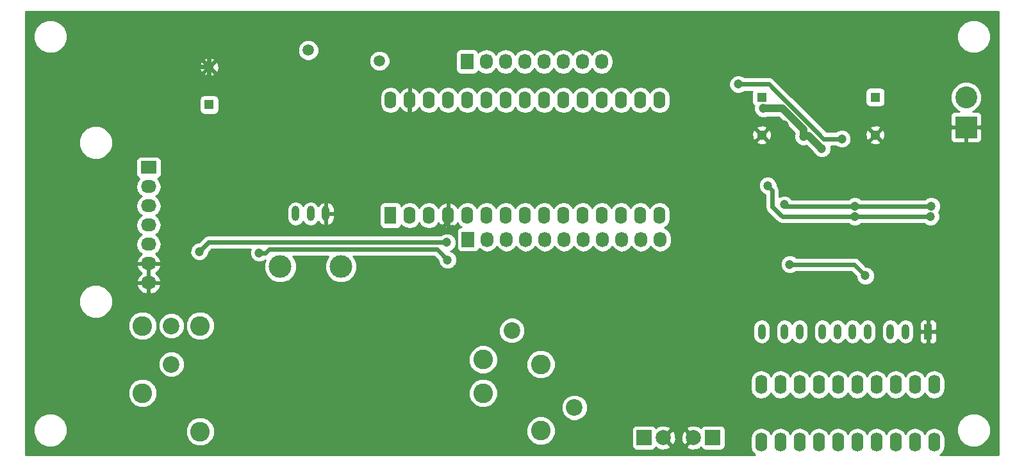
<source format=gbr>
G04 #@! TF.FileFunction,Copper,L1,Top,Signal*
%FSLAX46Y46*%
G04 Gerber Fmt 4.6, Leading zero omitted, Abs format (unit mm)*
G04 Created by KiCad (PCBNEW 0.201604172031+6696~44~ubuntu14.04.1-product) date Thu 21 Apr 2016 04:41:40 PM EEST*
%MOMM*%
%LPD*%
G01*
G04 APERTURE LIST*
%ADD10C,0.100000*%
%ADD11C,1.500000*%
%ADD12C,2.600000*%
%ADD13C,2.200000*%
%ADD14O,1.600000X2.540000*%
%ADD15R,1.574800X2.286000*%
%ADD16O,1.574800X2.286000*%
%ADD17R,1.000000X2.000000*%
%ADD18O,1.000000X2.000000*%
%ADD19R,1.300000X1.300000*%
%ADD20C,1.300000*%
%ADD21R,2.032000X1.727200*%
%ADD22O,2.032000X1.727200*%
%ADD23R,2.900000X2.900000*%
%ADD24C,2.900000*%
%ADD25C,3.000000*%
%ADD26R,2.000000X2.000000*%
%ADD27C,2.000000*%
%ADD28R,1.727200X2.032000*%
%ADD29O,1.727200X2.032000*%
%ADD30C,1.200000*%
%ADD31C,0.600000*%
%ADD32C,1.000000*%
%ADD33C,0.500000*%
%ADD34C,0.254000*%
G04 APERTURE END LIST*
D10*
D11*
X118100000Y-75800000D03*
X127500000Y-77200000D03*
D12*
X103810000Y-126190000D03*
X96190000Y-121110000D03*
X96190000Y-112220000D03*
X103810000Y-112220000D03*
D13*
X100000000Y-117300000D03*
X100000000Y-112220000D03*
D12*
X148810000Y-126090000D03*
X141190000Y-121110000D03*
X148810000Y-117300000D03*
X141190000Y-116670000D03*
D13*
X145000000Y-112850000D03*
X153250000Y-123020000D03*
D14*
X177920000Y-120000000D03*
X177920000Y-127620000D03*
X180460000Y-120000000D03*
X180460000Y-127620000D03*
X183000000Y-120000000D03*
X183000000Y-127620000D03*
X185540000Y-120000000D03*
X185540000Y-127620000D03*
X188080000Y-120000000D03*
X188080000Y-127620000D03*
X190620000Y-120000000D03*
X190620000Y-127620000D03*
X193160000Y-120000000D03*
X193160000Y-127620000D03*
X195700000Y-120000000D03*
X195700000Y-127620000D03*
X198240000Y-120000000D03*
X198240000Y-127620000D03*
X200780000Y-120000000D03*
X200780000Y-127620000D03*
D15*
X128950000Y-97620000D03*
D16*
X131490000Y-97620000D03*
X134030000Y-97620000D03*
X136570000Y-97620000D03*
X139110000Y-97620000D03*
X141650000Y-97620000D03*
X144190000Y-97620000D03*
X146730000Y-97620000D03*
X149270000Y-97620000D03*
X151810000Y-97620000D03*
X154350000Y-97620000D03*
X156890000Y-97620000D03*
X159430000Y-97620000D03*
X161970000Y-97620000D03*
X164510000Y-97620000D03*
X164510000Y-82380000D03*
X161970000Y-82380000D03*
X159430000Y-82380000D03*
X156890000Y-82380000D03*
X154350000Y-82380000D03*
X151810000Y-82380000D03*
X149270000Y-82380000D03*
X146730000Y-82380000D03*
X144190000Y-82380000D03*
X141650000Y-82380000D03*
X139110000Y-82380000D03*
X136570000Y-82380000D03*
X134030000Y-82380000D03*
X131490000Y-82380000D03*
X128950000Y-82380000D03*
D17*
X200000000Y-113000000D03*
D18*
X197000000Y-113000000D03*
X195000000Y-113000000D03*
X192000000Y-113000000D03*
X190000000Y-113000000D03*
X188000000Y-113000000D03*
X186000000Y-113000000D03*
X183000000Y-113000000D03*
X181000000Y-113000000D03*
X178000000Y-113000000D03*
D19*
X193000000Y-82000000D03*
D20*
X193000000Y-87000000D03*
D19*
X178000000Y-82000000D03*
D20*
X178000000Y-87000000D03*
D19*
X105000000Y-83000000D03*
D20*
X105000000Y-78000000D03*
D21*
X97000000Y-91300000D03*
D22*
X97000000Y-93840000D03*
X97000000Y-96380000D03*
X97000000Y-98920000D03*
X97000000Y-101460000D03*
X97000000Y-104000000D03*
X97000000Y-106540000D03*
D23*
X205000000Y-86000000D03*
D24*
X205000000Y-82040000D03*
D18*
X120400000Y-97400000D03*
X118400000Y-97400000D03*
X116400000Y-97400000D03*
D25*
X122400000Y-104400000D03*
X114400000Y-104400000D03*
D26*
X162460000Y-127000000D03*
D27*
X165000000Y-127000000D03*
D26*
X171540000Y-127000000D03*
D27*
X169000000Y-127000000D03*
D28*
X139200000Y-100800000D03*
D29*
X141740000Y-100800000D03*
X144280000Y-100800000D03*
X146820000Y-100800000D03*
X149360000Y-100800000D03*
X151900000Y-100800000D03*
X154440000Y-100800000D03*
X156980000Y-100800000D03*
X159520000Y-100800000D03*
X162060000Y-100800000D03*
X164600000Y-100800000D03*
D28*
X139080000Y-77300000D03*
D29*
X141620000Y-77300000D03*
X144160000Y-77300000D03*
X146700000Y-77300000D03*
X149240000Y-77300000D03*
X151780000Y-77300000D03*
X154320000Y-77300000D03*
X156860000Y-77300000D03*
D30*
X188500000Y-80500000D03*
X187000000Y-80500000D03*
X185500000Y-80500000D03*
X184000000Y-80500000D03*
X104000000Y-80000000D03*
X107000000Y-77000000D03*
X105000000Y-76000000D03*
X103000000Y-78000000D03*
X101200000Y-101600000D03*
X101200000Y-100300000D03*
X96900000Y-108600000D03*
X94900000Y-106700000D03*
X99000000Y-107000004D03*
X180800000Y-99300000D03*
X136993254Y-86493254D03*
X181000000Y-85700000D03*
X137100000Y-99500000D03*
X135600000Y-99400000D03*
X200700000Y-105500000D03*
X190100000Y-106800000D03*
X192400000Y-84000000D03*
X191000000Y-85600000D03*
X140900000Y-86600000D03*
X133000000Y-84700000D03*
X130000000Y-84600000D03*
X131500000Y-84600000D03*
X181500000Y-93700000D03*
X200300000Y-110700000D03*
X191300000Y-100400000D03*
X200600000Y-100400000D03*
X197500000Y-79300000D03*
X202100000Y-89200000D03*
X204500000Y-89200000D03*
X206900000Y-89000000D03*
X195200000Y-90100000D03*
X193000000Y-90600000D03*
X190300000Y-90000000D03*
X180300000Y-90200000D03*
X175400000Y-90000000D03*
X178000000Y-90700000D03*
X183500000Y-87200000D03*
X185939514Y-88779648D03*
X178200000Y-83500000D03*
X136400000Y-101200000D03*
X103700000Y-102400000D03*
X136500000Y-103500000D03*
X111600000Y-102600000D03*
X181000000Y-96200002D03*
X200400000Y-96400000D03*
X190300000Y-96400000D03*
X178800000Y-93700000D03*
X200300000Y-97800000D03*
X190300000Y-97800000D03*
X181700000Y-104100000D03*
X191700000Y-105600000D03*
X188600000Y-87500000D03*
X174900000Y-80300000D03*
D31*
X187000000Y-80500000D02*
X188500000Y-80500000D01*
X184000000Y-80500000D02*
X185500000Y-80500000D01*
X105000000Y-78000000D02*
X105000000Y-79000000D01*
X105000000Y-79000000D02*
X104000000Y-80000000D01*
X105000000Y-78000000D02*
X105000000Y-76000000D01*
X105000000Y-78000000D02*
X103000000Y-78000000D01*
X101200000Y-100300000D02*
X101200000Y-101600000D01*
X137100000Y-86600000D02*
X136993254Y-86493254D01*
X140900000Y-86600000D02*
X137100000Y-86600000D01*
X136570000Y-97620000D02*
X136570000Y-98430000D01*
X136570000Y-98430000D02*
X135600000Y-99400000D01*
X131500000Y-84600000D02*
X132900000Y-84600000D01*
X132900000Y-84600000D02*
X133000000Y-84700000D01*
X131490000Y-82380000D02*
X131490000Y-84590000D01*
X131490000Y-84590000D02*
X131500000Y-84600000D01*
X202100000Y-89200000D02*
X202100000Y-83900000D01*
X202100000Y-83900000D02*
X197500000Y-79300000D01*
D32*
X185939514Y-88779648D02*
X185879648Y-88779648D01*
X185879648Y-88779648D02*
X184200000Y-87100000D01*
X184200000Y-87100000D02*
X183600000Y-87100000D01*
X183600000Y-87100000D02*
X183500000Y-87200000D01*
X180724002Y-83500000D02*
X183500000Y-86275998D01*
X178200000Y-83500000D02*
X180724002Y-83500000D01*
X183500000Y-86275998D02*
X183500000Y-86351472D01*
X183500000Y-86351472D02*
X183500000Y-87200000D01*
D31*
X104900000Y-101200000D02*
X135551472Y-101200000D01*
X103700000Y-102400000D02*
X104900000Y-101200000D01*
X135551472Y-101200000D02*
X136400000Y-101200000D01*
X135900001Y-102900001D02*
X136500000Y-103500000D01*
X135100000Y-102100000D02*
X135900001Y-102900001D01*
X112948528Y-102100000D02*
X135100000Y-102100000D01*
X111600000Y-102600000D02*
X112448528Y-102600000D01*
X112448528Y-102600000D02*
X112948528Y-102100000D01*
X181199998Y-96400000D02*
X181000000Y-96200002D01*
X190300000Y-96400000D02*
X181199998Y-96400000D01*
X190300000Y-96400000D02*
X200400000Y-96400000D01*
X190300000Y-97800000D02*
X180700000Y-97800000D01*
X178800000Y-93700000D02*
X179399999Y-94299999D01*
X179399999Y-94299999D02*
X179399999Y-96499999D01*
X179399999Y-96499999D02*
X180700000Y-97800000D01*
X190300000Y-97800000D02*
X200300000Y-97800000D01*
X191700000Y-105600000D02*
X190200000Y-104100000D01*
X190200000Y-104100000D02*
X181700000Y-104100000D01*
D33*
X186000000Y-113000000D02*
X186000000Y-112500000D01*
D31*
X174900000Y-80300000D02*
X179000000Y-80300000D01*
X179000000Y-80300000D02*
X186200000Y-87500000D01*
X186200000Y-87500000D02*
X188600000Y-87500000D01*
D34*
G36*
X209290000Y-129290000D02*
X201573229Y-129290000D01*
X201794698Y-129142019D01*
X202105767Y-128676472D01*
X202215000Y-128127321D01*
X202215000Y-127112679D01*
X202105767Y-126563528D01*
X202024979Y-126442619D01*
X203764613Y-126442619D01*
X204104155Y-127264372D01*
X204732321Y-127893636D01*
X205553481Y-128234611D01*
X206442619Y-128235387D01*
X207264372Y-127895845D01*
X207893636Y-127267679D01*
X208234611Y-126446519D01*
X208235387Y-125557381D01*
X207895845Y-124735628D01*
X207267679Y-124106364D01*
X206446519Y-123765389D01*
X205557381Y-123764613D01*
X204735628Y-124104155D01*
X204106364Y-124732321D01*
X203765389Y-125553481D01*
X203764613Y-126442619D01*
X202024979Y-126442619D01*
X201794698Y-126097981D01*
X201329151Y-125786912D01*
X200780000Y-125677679D01*
X200230849Y-125786912D01*
X199765302Y-126097981D01*
X199510000Y-126480067D01*
X199254698Y-126097981D01*
X198789151Y-125786912D01*
X198240000Y-125677679D01*
X197690849Y-125786912D01*
X197225302Y-126097981D01*
X196970000Y-126480067D01*
X196714698Y-126097981D01*
X196249151Y-125786912D01*
X195700000Y-125677679D01*
X195150849Y-125786912D01*
X194685302Y-126097981D01*
X194430000Y-126480067D01*
X194174698Y-126097981D01*
X193709151Y-125786912D01*
X193160000Y-125677679D01*
X192610849Y-125786912D01*
X192145302Y-126097981D01*
X191890000Y-126480067D01*
X191634698Y-126097981D01*
X191169151Y-125786912D01*
X190620000Y-125677679D01*
X190070849Y-125786912D01*
X189605302Y-126097981D01*
X189350000Y-126480067D01*
X189094698Y-126097981D01*
X188629151Y-125786912D01*
X188080000Y-125677679D01*
X187530849Y-125786912D01*
X187065302Y-126097981D01*
X186810000Y-126480067D01*
X186554698Y-126097981D01*
X186089151Y-125786912D01*
X185540000Y-125677679D01*
X184990849Y-125786912D01*
X184525302Y-126097981D01*
X184270000Y-126480067D01*
X184014698Y-126097981D01*
X183549151Y-125786912D01*
X183000000Y-125677679D01*
X182450849Y-125786912D01*
X181985302Y-126097981D01*
X181730000Y-126480067D01*
X181474698Y-126097981D01*
X181009151Y-125786912D01*
X180460000Y-125677679D01*
X179910849Y-125786912D01*
X179445302Y-126097981D01*
X179190000Y-126480067D01*
X178934698Y-126097981D01*
X178469151Y-125786912D01*
X177920000Y-125677679D01*
X177370849Y-125786912D01*
X176905302Y-126097981D01*
X176594233Y-126563528D01*
X176485000Y-127112679D01*
X176485000Y-128127321D01*
X176594233Y-128676472D01*
X176905302Y-129142019D01*
X177126771Y-129290000D01*
X80710000Y-129290000D01*
X80710000Y-126442619D01*
X81764613Y-126442619D01*
X82104155Y-127264372D01*
X82732321Y-127893636D01*
X83553481Y-128234611D01*
X84442619Y-128235387D01*
X85264372Y-127895845D01*
X85893636Y-127267679D01*
X86182005Y-126573207D01*
X101874665Y-126573207D01*
X102168630Y-127284658D01*
X102712479Y-127829457D01*
X103423416Y-128124663D01*
X104193207Y-128125335D01*
X104904658Y-127831370D01*
X105449457Y-127287521D01*
X105744663Y-126576584D01*
X105744753Y-126473207D01*
X146874665Y-126473207D01*
X147168630Y-127184658D01*
X147712479Y-127729457D01*
X148423416Y-128024663D01*
X149193207Y-128025335D01*
X149904658Y-127731370D01*
X150449457Y-127187521D01*
X150744663Y-126476584D01*
X150745079Y-126000000D01*
X160812560Y-126000000D01*
X160812560Y-128000000D01*
X160861843Y-128247765D01*
X161002191Y-128457809D01*
X161212235Y-128598157D01*
X161460000Y-128647440D01*
X163460000Y-128647440D01*
X163707765Y-128598157D01*
X163917809Y-128457809D01*
X164058157Y-128247765D01*
X164059600Y-128240509D01*
X164125736Y-128419387D01*
X164735461Y-128645908D01*
X165385460Y-128621856D01*
X165874264Y-128419387D01*
X165972927Y-128152532D01*
X165000000Y-127179605D01*
X164985858Y-127193748D01*
X164806253Y-127014143D01*
X164820395Y-127000000D01*
X165179605Y-127000000D01*
X166152532Y-127972927D01*
X166419387Y-127874264D01*
X166645908Y-127264539D01*
X166626331Y-126735461D01*
X167354092Y-126735461D01*
X167378144Y-127385460D01*
X167580613Y-127874264D01*
X167847468Y-127972927D01*
X168820395Y-127000000D01*
X167847468Y-126027073D01*
X167580613Y-126125736D01*
X167354092Y-126735461D01*
X166626331Y-126735461D01*
X166621856Y-126614540D01*
X166419387Y-126125736D01*
X166152532Y-126027073D01*
X165179605Y-127000000D01*
X164820395Y-127000000D01*
X164806253Y-126985858D01*
X164985858Y-126806253D01*
X165000000Y-126820395D01*
X165972927Y-125847468D01*
X168027073Y-125847468D01*
X169000000Y-126820395D01*
X169014143Y-126806253D01*
X169193748Y-126985858D01*
X169179605Y-127000000D01*
X169193748Y-127014143D01*
X169014143Y-127193748D01*
X169000000Y-127179605D01*
X168027073Y-128152532D01*
X168125736Y-128419387D01*
X168735461Y-128645908D01*
X169385460Y-128621856D01*
X169874264Y-128419387D01*
X169940400Y-128240509D01*
X169941843Y-128247765D01*
X170082191Y-128457809D01*
X170292235Y-128598157D01*
X170540000Y-128647440D01*
X172540000Y-128647440D01*
X172787765Y-128598157D01*
X172997809Y-128457809D01*
X173138157Y-128247765D01*
X173187440Y-128000000D01*
X173187440Y-126000000D01*
X173138157Y-125752235D01*
X172997809Y-125542191D01*
X172787765Y-125401843D01*
X172540000Y-125352560D01*
X170540000Y-125352560D01*
X170292235Y-125401843D01*
X170082191Y-125542191D01*
X169941843Y-125752235D01*
X169940400Y-125759491D01*
X169874264Y-125580613D01*
X169264539Y-125354092D01*
X168614540Y-125378144D01*
X168125736Y-125580613D01*
X168027073Y-125847468D01*
X165972927Y-125847468D01*
X165874264Y-125580613D01*
X165264539Y-125354092D01*
X164614540Y-125378144D01*
X164125736Y-125580613D01*
X164059600Y-125759491D01*
X164058157Y-125752235D01*
X163917809Y-125542191D01*
X163707765Y-125401843D01*
X163460000Y-125352560D01*
X161460000Y-125352560D01*
X161212235Y-125401843D01*
X161002191Y-125542191D01*
X160861843Y-125752235D01*
X160812560Y-126000000D01*
X150745079Y-126000000D01*
X150745335Y-125706793D01*
X150451370Y-124995342D01*
X149907521Y-124450543D01*
X149196584Y-124155337D01*
X148426793Y-124154665D01*
X147715342Y-124448630D01*
X147170543Y-124992479D01*
X146875337Y-125703416D01*
X146874665Y-126473207D01*
X105744753Y-126473207D01*
X105745335Y-125806793D01*
X105451370Y-125095342D01*
X104907521Y-124550543D01*
X104196584Y-124255337D01*
X103426793Y-124254665D01*
X102715342Y-124548630D01*
X102170543Y-125092479D01*
X101875337Y-125803416D01*
X101874665Y-126573207D01*
X86182005Y-126573207D01*
X86234611Y-126446519D01*
X86235387Y-125557381D01*
X85895845Y-124735628D01*
X85267679Y-124106364D01*
X84446519Y-123765389D01*
X83557381Y-123764613D01*
X82735628Y-124104155D01*
X82106364Y-124732321D01*
X81765389Y-125553481D01*
X81764613Y-126442619D01*
X80710000Y-126442619D01*
X80710000Y-123363599D01*
X151514699Y-123363599D01*
X151778281Y-124001515D01*
X152265918Y-124490004D01*
X152903373Y-124754699D01*
X153593599Y-124755301D01*
X154231515Y-124491719D01*
X154720004Y-124004082D01*
X154984699Y-123366627D01*
X154985301Y-122676401D01*
X154721719Y-122038485D01*
X154234082Y-121549996D01*
X153596627Y-121285301D01*
X152906401Y-121284699D01*
X152268485Y-121548281D01*
X151779996Y-122035918D01*
X151515301Y-122673373D01*
X151514699Y-123363599D01*
X80710000Y-123363599D01*
X80710000Y-121493207D01*
X94254665Y-121493207D01*
X94548630Y-122204658D01*
X95092479Y-122749457D01*
X95803416Y-123044663D01*
X96573207Y-123045335D01*
X97284658Y-122751370D01*
X97829457Y-122207521D01*
X98124663Y-121496584D01*
X98124665Y-121493207D01*
X139254665Y-121493207D01*
X139548630Y-122204658D01*
X140092479Y-122749457D01*
X140803416Y-123044663D01*
X141573207Y-123045335D01*
X142284658Y-122751370D01*
X142829457Y-122207521D01*
X143124663Y-121496584D01*
X143125335Y-120726793D01*
X142831370Y-120015342D01*
X142309619Y-119492679D01*
X176485000Y-119492679D01*
X176485000Y-120507321D01*
X176594233Y-121056472D01*
X176905302Y-121522019D01*
X177370849Y-121833088D01*
X177920000Y-121942321D01*
X178469151Y-121833088D01*
X178934698Y-121522019D01*
X179190000Y-121139933D01*
X179445302Y-121522019D01*
X179910849Y-121833088D01*
X180460000Y-121942321D01*
X181009151Y-121833088D01*
X181474698Y-121522019D01*
X181730000Y-121139933D01*
X181985302Y-121522019D01*
X182450849Y-121833088D01*
X183000000Y-121942321D01*
X183549151Y-121833088D01*
X184014698Y-121522019D01*
X184270000Y-121139933D01*
X184525302Y-121522019D01*
X184990849Y-121833088D01*
X185540000Y-121942321D01*
X186089151Y-121833088D01*
X186554698Y-121522019D01*
X186810000Y-121139933D01*
X187065302Y-121522019D01*
X187530849Y-121833088D01*
X188080000Y-121942321D01*
X188629151Y-121833088D01*
X189094698Y-121522019D01*
X189350000Y-121139933D01*
X189605302Y-121522019D01*
X190070849Y-121833088D01*
X190620000Y-121942321D01*
X191169151Y-121833088D01*
X191634698Y-121522019D01*
X191890000Y-121139933D01*
X192145302Y-121522019D01*
X192610849Y-121833088D01*
X193160000Y-121942321D01*
X193709151Y-121833088D01*
X194174698Y-121522019D01*
X194430000Y-121139933D01*
X194685302Y-121522019D01*
X195150849Y-121833088D01*
X195700000Y-121942321D01*
X196249151Y-121833088D01*
X196714698Y-121522019D01*
X196970000Y-121139933D01*
X197225302Y-121522019D01*
X197690849Y-121833088D01*
X198240000Y-121942321D01*
X198789151Y-121833088D01*
X199254698Y-121522019D01*
X199510000Y-121139933D01*
X199765302Y-121522019D01*
X200230849Y-121833088D01*
X200780000Y-121942321D01*
X201329151Y-121833088D01*
X201794698Y-121522019D01*
X202105767Y-121056472D01*
X202215000Y-120507321D01*
X202215000Y-119492679D01*
X202105767Y-118943528D01*
X201794698Y-118477981D01*
X201329151Y-118166912D01*
X200780000Y-118057679D01*
X200230849Y-118166912D01*
X199765302Y-118477981D01*
X199510000Y-118860067D01*
X199254698Y-118477981D01*
X198789151Y-118166912D01*
X198240000Y-118057679D01*
X197690849Y-118166912D01*
X197225302Y-118477981D01*
X196970000Y-118860067D01*
X196714698Y-118477981D01*
X196249151Y-118166912D01*
X195700000Y-118057679D01*
X195150849Y-118166912D01*
X194685302Y-118477981D01*
X194430000Y-118860067D01*
X194174698Y-118477981D01*
X193709151Y-118166912D01*
X193160000Y-118057679D01*
X192610849Y-118166912D01*
X192145302Y-118477981D01*
X191890000Y-118860067D01*
X191634698Y-118477981D01*
X191169151Y-118166912D01*
X190620000Y-118057679D01*
X190070849Y-118166912D01*
X189605302Y-118477981D01*
X189350000Y-118860067D01*
X189094698Y-118477981D01*
X188629151Y-118166912D01*
X188080000Y-118057679D01*
X187530849Y-118166912D01*
X187065302Y-118477981D01*
X186810000Y-118860067D01*
X186554698Y-118477981D01*
X186089151Y-118166912D01*
X185540000Y-118057679D01*
X184990849Y-118166912D01*
X184525302Y-118477981D01*
X184270000Y-118860067D01*
X184014698Y-118477981D01*
X183549151Y-118166912D01*
X183000000Y-118057679D01*
X182450849Y-118166912D01*
X181985302Y-118477981D01*
X181730000Y-118860067D01*
X181474698Y-118477981D01*
X181009151Y-118166912D01*
X180460000Y-118057679D01*
X179910849Y-118166912D01*
X179445302Y-118477981D01*
X179190000Y-118860067D01*
X178934698Y-118477981D01*
X178469151Y-118166912D01*
X177920000Y-118057679D01*
X177370849Y-118166912D01*
X176905302Y-118477981D01*
X176594233Y-118943528D01*
X176485000Y-119492679D01*
X142309619Y-119492679D01*
X142287521Y-119470543D01*
X141576584Y-119175337D01*
X140806793Y-119174665D01*
X140095342Y-119468630D01*
X139550543Y-120012479D01*
X139255337Y-120723416D01*
X139254665Y-121493207D01*
X98124665Y-121493207D01*
X98125335Y-120726793D01*
X97831370Y-120015342D01*
X97287521Y-119470543D01*
X96576584Y-119175337D01*
X95806793Y-119174665D01*
X95095342Y-119468630D01*
X94550543Y-120012479D01*
X94255337Y-120723416D01*
X94254665Y-121493207D01*
X80710000Y-121493207D01*
X80710000Y-117643599D01*
X98264699Y-117643599D01*
X98528281Y-118281515D01*
X99015918Y-118770004D01*
X99653373Y-119034699D01*
X100343599Y-119035301D01*
X100981515Y-118771719D01*
X101470004Y-118284082D01*
X101734699Y-117646627D01*
X101735216Y-117053207D01*
X139254665Y-117053207D01*
X139548630Y-117764658D01*
X140092479Y-118309457D01*
X140803416Y-118604663D01*
X141573207Y-118605335D01*
X142284658Y-118311370D01*
X142829457Y-117767521D01*
X142864467Y-117683207D01*
X146874665Y-117683207D01*
X147168630Y-118394658D01*
X147712479Y-118939457D01*
X148423416Y-119234663D01*
X149193207Y-119235335D01*
X149904658Y-118941370D01*
X150449457Y-118397521D01*
X150744663Y-117686584D01*
X150745335Y-116916793D01*
X150451370Y-116205342D01*
X149907521Y-115660543D01*
X149196584Y-115365337D01*
X148426793Y-115364665D01*
X147715342Y-115658630D01*
X147170543Y-116202479D01*
X146875337Y-116913416D01*
X146874665Y-117683207D01*
X142864467Y-117683207D01*
X143124663Y-117056584D01*
X143125335Y-116286793D01*
X142831370Y-115575342D01*
X142287521Y-115030543D01*
X141576584Y-114735337D01*
X140806793Y-114734665D01*
X140095342Y-115028630D01*
X139550543Y-115572479D01*
X139255337Y-116283416D01*
X139254665Y-117053207D01*
X101735216Y-117053207D01*
X101735301Y-116956401D01*
X101471719Y-116318485D01*
X100984082Y-115829996D01*
X100346627Y-115565301D01*
X99656401Y-115564699D01*
X99018485Y-115828281D01*
X98529996Y-116315918D01*
X98265301Y-116953373D01*
X98264699Y-117643599D01*
X80710000Y-117643599D01*
X80710000Y-112603207D01*
X94254665Y-112603207D01*
X94548630Y-113314658D01*
X95092479Y-113859457D01*
X95803416Y-114154663D01*
X96573207Y-114155335D01*
X97284658Y-113861370D01*
X97829457Y-113317521D01*
X98124663Y-112606584D01*
X98124700Y-112563599D01*
X98264699Y-112563599D01*
X98528281Y-113201515D01*
X99015918Y-113690004D01*
X99653373Y-113954699D01*
X100343599Y-113955301D01*
X100981515Y-113691719D01*
X101470004Y-113204082D01*
X101719509Y-112603207D01*
X101874665Y-112603207D01*
X102168630Y-113314658D01*
X102712479Y-113859457D01*
X103423416Y-114154663D01*
X104193207Y-114155335D01*
X104904658Y-113861370D01*
X105449457Y-113317521D01*
X105500913Y-113193599D01*
X143264699Y-113193599D01*
X143528281Y-113831515D01*
X144015918Y-114320004D01*
X144653373Y-114584699D01*
X145343599Y-114585301D01*
X145981515Y-114321719D01*
X146470004Y-113834082D01*
X146734699Y-113196627D01*
X146735301Y-112506401D01*
X146719421Y-112467968D01*
X176865000Y-112467968D01*
X176865000Y-113532032D01*
X176951397Y-113966378D01*
X177197434Y-114334598D01*
X177565654Y-114580635D01*
X178000000Y-114667032D01*
X178434346Y-114580635D01*
X178802566Y-114334598D01*
X179048603Y-113966378D01*
X179135000Y-113532032D01*
X179135000Y-112467968D01*
X179865000Y-112467968D01*
X179865000Y-113532032D01*
X179951397Y-113966378D01*
X180197434Y-114334598D01*
X180565654Y-114580635D01*
X181000000Y-114667032D01*
X181434346Y-114580635D01*
X181802566Y-114334598D01*
X182000000Y-114039117D01*
X182197434Y-114334598D01*
X182565654Y-114580635D01*
X183000000Y-114667032D01*
X183434346Y-114580635D01*
X183802566Y-114334598D01*
X184048603Y-113966378D01*
X184135000Y-113532032D01*
X184135000Y-112467968D01*
X184865000Y-112467968D01*
X184865000Y-113532032D01*
X184951397Y-113966378D01*
X185197434Y-114334598D01*
X185565654Y-114580635D01*
X186000000Y-114667032D01*
X186434346Y-114580635D01*
X186802566Y-114334598D01*
X187000000Y-114039117D01*
X187197434Y-114334598D01*
X187565654Y-114580635D01*
X188000000Y-114667032D01*
X188434346Y-114580635D01*
X188802566Y-114334598D01*
X189000000Y-114039117D01*
X189197434Y-114334598D01*
X189565654Y-114580635D01*
X190000000Y-114667032D01*
X190434346Y-114580635D01*
X190802566Y-114334598D01*
X191000000Y-114039117D01*
X191197434Y-114334598D01*
X191565654Y-114580635D01*
X192000000Y-114667032D01*
X192434346Y-114580635D01*
X192802566Y-114334598D01*
X193048603Y-113966378D01*
X193135000Y-113532032D01*
X193135000Y-112467968D01*
X193865000Y-112467968D01*
X193865000Y-113532032D01*
X193951397Y-113966378D01*
X194197434Y-114334598D01*
X194565654Y-114580635D01*
X195000000Y-114667032D01*
X195434346Y-114580635D01*
X195802566Y-114334598D01*
X196000000Y-114039117D01*
X196197434Y-114334598D01*
X196565654Y-114580635D01*
X197000000Y-114667032D01*
X197434346Y-114580635D01*
X197802566Y-114334598D01*
X198048603Y-113966378D01*
X198135000Y-113532032D01*
X198135000Y-113285750D01*
X198865000Y-113285750D01*
X198865000Y-114126310D01*
X198961673Y-114359699D01*
X199140302Y-114538327D01*
X199373691Y-114635000D01*
X199714250Y-114635000D01*
X199873000Y-114476250D01*
X199873000Y-113127000D01*
X200127000Y-113127000D01*
X200127000Y-114476250D01*
X200285750Y-114635000D01*
X200626309Y-114635000D01*
X200859698Y-114538327D01*
X201038327Y-114359699D01*
X201135000Y-114126310D01*
X201135000Y-113285750D01*
X200976250Y-113127000D01*
X200127000Y-113127000D01*
X199873000Y-113127000D01*
X199023750Y-113127000D01*
X198865000Y-113285750D01*
X198135000Y-113285750D01*
X198135000Y-112467968D01*
X198048603Y-112033622D01*
X197941740Y-111873690D01*
X198865000Y-111873690D01*
X198865000Y-112714250D01*
X199023750Y-112873000D01*
X199873000Y-112873000D01*
X199873000Y-111523750D01*
X200127000Y-111523750D01*
X200127000Y-112873000D01*
X200976250Y-112873000D01*
X201135000Y-112714250D01*
X201135000Y-111873690D01*
X201038327Y-111640301D01*
X200859698Y-111461673D01*
X200626309Y-111365000D01*
X200285750Y-111365000D01*
X200127000Y-111523750D01*
X199873000Y-111523750D01*
X199714250Y-111365000D01*
X199373691Y-111365000D01*
X199140302Y-111461673D01*
X198961673Y-111640301D01*
X198865000Y-111873690D01*
X197941740Y-111873690D01*
X197802566Y-111665402D01*
X197434346Y-111419365D01*
X197000000Y-111332968D01*
X196565654Y-111419365D01*
X196197434Y-111665402D01*
X196000000Y-111960883D01*
X195802566Y-111665402D01*
X195434346Y-111419365D01*
X195000000Y-111332968D01*
X194565654Y-111419365D01*
X194197434Y-111665402D01*
X193951397Y-112033622D01*
X193865000Y-112467968D01*
X193135000Y-112467968D01*
X193048603Y-112033622D01*
X192802566Y-111665402D01*
X192434346Y-111419365D01*
X192000000Y-111332968D01*
X191565654Y-111419365D01*
X191197434Y-111665402D01*
X191000000Y-111960883D01*
X190802566Y-111665402D01*
X190434346Y-111419365D01*
X190000000Y-111332968D01*
X189565654Y-111419365D01*
X189197434Y-111665402D01*
X189000000Y-111960883D01*
X188802566Y-111665402D01*
X188434346Y-111419365D01*
X188000000Y-111332968D01*
X187565654Y-111419365D01*
X187197434Y-111665402D01*
X187000000Y-111960883D01*
X186802566Y-111665402D01*
X186434346Y-111419365D01*
X186000000Y-111332968D01*
X185565654Y-111419365D01*
X185197434Y-111665402D01*
X184951397Y-112033622D01*
X184865000Y-112467968D01*
X184135000Y-112467968D01*
X184048603Y-112033622D01*
X183802566Y-111665402D01*
X183434346Y-111419365D01*
X183000000Y-111332968D01*
X182565654Y-111419365D01*
X182197434Y-111665402D01*
X182000000Y-111960883D01*
X181802566Y-111665402D01*
X181434346Y-111419365D01*
X181000000Y-111332968D01*
X180565654Y-111419365D01*
X180197434Y-111665402D01*
X179951397Y-112033622D01*
X179865000Y-112467968D01*
X179135000Y-112467968D01*
X179048603Y-112033622D01*
X178802566Y-111665402D01*
X178434346Y-111419365D01*
X178000000Y-111332968D01*
X177565654Y-111419365D01*
X177197434Y-111665402D01*
X176951397Y-112033622D01*
X176865000Y-112467968D01*
X146719421Y-112467968D01*
X146471719Y-111868485D01*
X145984082Y-111379996D01*
X145346627Y-111115301D01*
X144656401Y-111114699D01*
X144018485Y-111378281D01*
X143529996Y-111865918D01*
X143265301Y-112503373D01*
X143264699Y-113193599D01*
X105500913Y-113193599D01*
X105744663Y-112606584D01*
X105745335Y-111836793D01*
X105451370Y-111125342D01*
X104907521Y-110580543D01*
X104196584Y-110285337D01*
X103426793Y-110284665D01*
X102715342Y-110578630D01*
X102170543Y-111122479D01*
X101875337Y-111833416D01*
X101874665Y-112603207D01*
X101719509Y-112603207D01*
X101734699Y-112566627D01*
X101735301Y-111876401D01*
X101471719Y-111238485D01*
X100984082Y-110749996D01*
X100346627Y-110485301D01*
X99656401Y-110484699D01*
X99018485Y-110748281D01*
X98529996Y-111235918D01*
X98265301Y-111873373D01*
X98264699Y-112563599D01*
X98124700Y-112563599D01*
X98125335Y-111836793D01*
X97831370Y-111125342D01*
X97287521Y-110580543D01*
X96576584Y-110285337D01*
X95806793Y-110284665D01*
X95095342Y-110578630D01*
X94550543Y-111122479D01*
X94255337Y-111833416D01*
X94254665Y-112603207D01*
X80710000Y-112603207D01*
X80710000Y-109442619D01*
X87764613Y-109442619D01*
X88104155Y-110264372D01*
X88732321Y-110893636D01*
X89553481Y-111234611D01*
X90442619Y-111235387D01*
X91264372Y-110895845D01*
X91893636Y-110267679D01*
X92234611Y-109446519D01*
X92235387Y-108557381D01*
X91895845Y-107735628D01*
X91267679Y-107106364D01*
X90768354Y-106899026D01*
X95392642Y-106899026D01*
X95395291Y-106914791D01*
X95649268Y-107442036D01*
X96085680Y-107831954D01*
X96638087Y-108025184D01*
X96873000Y-107880924D01*
X96873000Y-106667000D01*
X97127000Y-106667000D01*
X97127000Y-107880924D01*
X97361913Y-108025184D01*
X97914320Y-107831954D01*
X98350732Y-107442036D01*
X98604709Y-106914791D01*
X98607358Y-106899026D01*
X98486217Y-106667000D01*
X97127000Y-106667000D01*
X96873000Y-106667000D01*
X95513783Y-106667000D01*
X95392642Y-106899026D01*
X90768354Y-106899026D01*
X90446519Y-106765389D01*
X89557381Y-106764613D01*
X88735628Y-107104155D01*
X88106364Y-107732321D01*
X87765389Y-108553481D01*
X87764613Y-109442619D01*
X80710000Y-109442619D01*
X80710000Y-104359026D01*
X95392642Y-104359026D01*
X95395291Y-104374791D01*
X95649268Y-104902036D01*
X96061108Y-105270000D01*
X95649268Y-105637964D01*
X95395291Y-106165209D01*
X95392642Y-106180974D01*
X95513783Y-106413000D01*
X96873000Y-106413000D01*
X96873000Y-104127000D01*
X97127000Y-104127000D01*
X97127000Y-106413000D01*
X98486217Y-106413000D01*
X98607358Y-106180974D01*
X98604709Y-106165209D01*
X98350732Y-105637964D01*
X97938892Y-105270000D01*
X98350732Y-104902036D01*
X98604709Y-104374791D01*
X98607358Y-104359026D01*
X98486217Y-104127000D01*
X97127000Y-104127000D01*
X96873000Y-104127000D01*
X95513783Y-104127000D01*
X95392642Y-104359026D01*
X80710000Y-104359026D01*
X80710000Y-93840000D01*
X95316655Y-93840000D01*
X95430729Y-94413489D01*
X95755585Y-94899670D01*
X96070366Y-95110000D01*
X95755585Y-95320330D01*
X95430729Y-95806511D01*
X95316655Y-96380000D01*
X95430729Y-96953489D01*
X95755585Y-97439670D01*
X96070366Y-97650000D01*
X95755585Y-97860330D01*
X95430729Y-98346511D01*
X95316655Y-98920000D01*
X95430729Y-99493489D01*
X95755585Y-99979670D01*
X96070366Y-100190000D01*
X95755585Y-100400330D01*
X95430729Y-100886511D01*
X95316655Y-101460000D01*
X95430729Y-102033489D01*
X95755585Y-102519670D01*
X96065069Y-102726461D01*
X95649268Y-103097964D01*
X95395291Y-103625209D01*
X95392642Y-103640974D01*
X95513783Y-103873000D01*
X96873000Y-103873000D01*
X96873000Y-103853000D01*
X97127000Y-103853000D01*
X97127000Y-103873000D01*
X98486217Y-103873000D01*
X98607358Y-103640974D01*
X98604709Y-103625209D01*
X98350732Y-103097964D01*
X97934931Y-102726461D01*
X98057475Y-102644579D01*
X102464786Y-102644579D01*
X102652408Y-103098657D01*
X102999515Y-103446371D01*
X103453266Y-103634785D01*
X103944579Y-103635214D01*
X104398657Y-103447592D01*
X104746371Y-103100485D01*
X104934785Y-102646734D01*
X104934924Y-102487366D01*
X105287290Y-102135000D01*
X110455847Y-102135000D01*
X110365215Y-102353266D01*
X110364786Y-102844579D01*
X110552408Y-103298657D01*
X110899515Y-103646371D01*
X111353266Y-103834785D01*
X111844579Y-103835214D01*
X112298657Y-103647592D01*
X112411446Y-103535000D01*
X112447436Y-103535000D01*
X112265372Y-103973459D01*
X112264630Y-104822815D01*
X112588980Y-105607800D01*
X113189041Y-106208909D01*
X113973459Y-106534628D01*
X114822815Y-106535370D01*
X115607800Y-106211020D01*
X116208909Y-105610959D01*
X116534628Y-104826541D01*
X116535370Y-103977185D01*
X116211020Y-103192200D01*
X116054094Y-103035000D01*
X120745401Y-103035000D01*
X120591091Y-103189041D01*
X120265372Y-103973459D01*
X120264630Y-104822815D01*
X120588980Y-105607800D01*
X121189041Y-106208909D01*
X121973459Y-106534628D01*
X122822815Y-106535370D01*
X123607800Y-106211020D01*
X124208909Y-105610959D01*
X124534628Y-104826541D01*
X124535370Y-103977185D01*
X124211020Y-103192200D01*
X124054094Y-103035000D01*
X134712710Y-103035000D01*
X135264923Y-103587213D01*
X135264786Y-103744579D01*
X135452408Y-104198657D01*
X135799515Y-104546371D01*
X136253266Y-104734785D01*
X136744579Y-104735214D01*
X137198657Y-104547592D01*
X137402025Y-104344579D01*
X180464786Y-104344579D01*
X180652408Y-104798657D01*
X180999515Y-105146371D01*
X181453266Y-105334785D01*
X181944579Y-105335214D01*
X182398657Y-105147592D01*
X182511446Y-105035000D01*
X189812710Y-105035000D01*
X190464923Y-105687213D01*
X190464786Y-105844579D01*
X190652408Y-106298657D01*
X190999515Y-106646371D01*
X191453266Y-106834785D01*
X191944579Y-106835214D01*
X192398657Y-106647592D01*
X192746371Y-106300485D01*
X192934785Y-105846734D01*
X192935214Y-105355421D01*
X192747592Y-104901343D01*
X192400485Y-104553629D01*
X191946734Y-104365215D01*
X191787366Y-104365076D01*
X190861145Y-103438855D01*
X190557809Y-103236173D01*
X190200000Y-103165000D01*
X182511662Y-103165000D01*
X182400485Y-103053629D01*
X181946734Y-102865215D01*
X181455421Y-102864786D01*
X181001343Y-103052408D01*
X180653629Y-103399515D01*
X180465215Y-103853266D01*
X180464786Y-104344579D01*
X137402025Y-104344579D01*
X137546371Y-104200485D01*
X137734785Y-103746734D01*
X137735214Y-103255421D01*
X137547592Y-102801343D01*
X137200485Y-102453629D01*
X136900989Y-102329267D01*
X137098657Y-102247592D01*
X137446371Y-101900485D01*
X137634785Y-101446734D01*
X137635214Y-100955421D01*
X137447592Y-100501343D01*
X137100485Y-100153629D01*
X136646734Y-99965215D01*
X136155421Y-99964786D01*
X135701343Y-100152408D01*
X135588554Y-100265000D01*
X104900000Y-100265000D01*
X104542191Y-100336173D01*
X104238855Y-100538855D01*
X103612787Y-101164923D01*
X103455421Y-101164786D01*
X103001343Y-101352408D01*
X102653629Y-101699515D01*
X102465215Y-102153266D01*
X102464786Y-102644579D01*
X98057475Y-102644579D01*
X98244415Y-102519670D01*
X98569271Y-102033489D01*
X98683345Y-101460000D01*
X98569271Y-100886511D01*
X98244415Y-100400330D01*
X97929634Y-100190000D01*
X98244415Y-99979670D01*
X98569271Y-99493489D01*
X98683345Y-98920000D01*
X98569271Y-98346511D01*
X98244415Y-97860330D01*
X97929634Y-97650000D01*
X98244415Y-97439670D01*
X98569271Y-96953489D01*
X98586282Y-96867968D01*
X115265000Y-96867968D01*
X115265000Y-97932032D01*
X115351397Y-98366378D01*
X115597434Y-98734598D01*
X115965654Y-98980635D01*
X116400000Y-99067032D01*
X116834346Y-98980635D01*
X117202566Y-98734598D01*
X117400000Y-98439117D01*
X117597434Y-98734598D01*
X117965654Y-98980635D01*
X118400000Y-99067032D01*
X118834346Y-98980635D01*
X119202566Y-98734598D01*
X119397293Y-98443169D01*
X119399998Y-98451678D01*
X119687237Y-98792368D01*
X120098126Y-98994119D01*
X120273000Y-98867954D01*
X120273000Y-97527000D01*
X120527000Y-97527000D01*
X120527000Y-98867954D01*
X120701874Y-98994119D01*
X121112763Y-98792368D01*
X121400002Y-98451678D01*
X121535000Y-98027000D01*
X121535000Y-97527000D01*
X120527000Y-97527000D01*
X120273000Y-97527000D01*
X120253000Y-97527000D01*
X120253000Y-97273000D01*
X120273000Y-97273000D01*
X120273000Y-95932046D01*
X120527000Y-95932046D01*
X120527000Y-97273000D01*
X121535000Y-97273000D01*
X121535000Y-96773000D01*
X121440907Y-96477000D01*
X127515160Y-96477000D01*
X127515160Y-98763000D01*
X127564443Y-99010765D01*
X127704791Y-99220809D01*
X127914835Y-99361157D01*
X128162600Y-99410440D01*
X129737400Y-99410440D01*
X129985165Y-99361157D01*
X130195209Y-99220809D01*
X130335557Y-99010765D01*
X130368822Y-98843530D01*
X130484211Y-99016222D01*
X130945671Y-99324559D01*
X131490000Y-99432833D01*
X132034329Y-99324559D01*
X132495789Y-99016222D01*
X132760000Y-98620801D01*
X133024211Y-99016222D01*
X133485671Y-99324559D01*
X134030000Y-99432833D01*
X134574329Y-99324559D01*
X135035789Y-99016222D01*
X135299754Y-98621170D01*
X135304475Y-98637262D01*
X135654014Y-99071191D01*
X136143004Y-99338327D01*
X136222940Y-99355010D01*
X136443000Y-99232852D01*
X136443000Y-97747000D01*
X136423000Y-97747000D01*
X136423000Y-97493000D01*
X136443000Y-97493000D01*
X136443000Y-96007148D01*
X136697000Y-96007148D01*
X136697000Y-97493000D01*
X136717000Y-97493000D01*
X136717000Y-97747000D01*
X136697000Y-97747000D01*
X136697000Y-99232852D01*
X136917060Y-99355010D01*
X136996996Y-99338327D01*
X137485986Y-99071191D01*
X137835525Y-98637262D01*
X137840246Y-98621170D01*
X138104211Y-99016222D01*
X138296259Y-99144544D01*
X138088635Y-99185843D01*
X137878591Y-99326191D01*
X137738243Y-99536235D01*
X137688960Y-99784000D01*
X137688960Y-101816000D01*
X137738243Y-102063765D01*
X137878591Y-102273809D01*
X138088635Y-102414157D01*
X138336400Y-102463440D01*
X140063600Y-102463440D01*
X140311365Y-102414157D01*
X140521409Y-102273809D01*
X140661757Y-102063765D01*
X140668984Y-102027434D01*
X140680330Y-102044415D01*
X141166511Y-102369271D01*
X141740000Y-102483345D01*
X142313489Y-102369271D01*
X142799670Y-102044415D01*
X143010000Y-101729634D01*
X143220330Y-102044415D01*
X143706511Y-102369271D01*
X144280000Y-102483345D01*
X144853489Y-102369271D01*
X145339670Y-102044415D01*
X145550000Y-101729634D01*
X145760330Y-102044415D01*
X146246511Y-102369271D01*
X146820000Y-102483345D01*
X147393489Y-102369271D01*
X147879670Y-102044415D01*
X148090000Y-101729634D01*
X148300330Y-102044415D01*
X148786511Y-102369271D01*
X149360000Y-102483345D01*
X149933489Y-102369271D01*
X150419670Y-102044415D01*
X150630000Y-101729634D01*
X150840330Y-102044415D01*
X151326511Y-102369271D01*
X151900000Y-102483345D01*
X152473489Y-102369271D01*
X152959670Y-102044415D01*
X153170000Y-101729634D01*
X153380330Y-102044415D01*
X153866511Y-102369271D01*
X154440000Y-102483345D01*
X155013489Y-102369271D01*
X155499670Y-102044415D01*
X155710000Y-101729634D01*
X155920330Y-102044415D01*
X156406511Y-102369271D01*
X156980000Y-102483345D01*
X157553489Y-102369271D01*
X158039670Y-102044415D01*
X158250000Y-101729634D01*
X158460330Y-102044415D01*
X158946511Y-102369271D01*
X159520000Y-102483345D01*
X160093489Y-102369271D01*
X160579670Y-102044415D01*
X160790000Y-101729634D01*
X161000330Y-102044415D01*
X161486511Y-102369271D01*
X162060000Y-102483345D01*
X162633489Y-102369271D01*
X163119670Y-102044415D01*
X163330000Y-101729634D01*
X163540330Y-102044415D01*
X164026511Y-102369271D01*
X164600000Y-102483345D01*
X165173489Y-102369271D01*
X165659670Y-102044415D01*
X165984526Y-101558234D01*
X166098600Y-100984745D01*
X166098600Y-100615255D01*
X165984526Y-100041766D01*
X165659670Y-99555585D01*
X165184122Y-99237834D01*
X165515789Y-99016222D01*
X165824126Y-98554762D01*
X165932400Y-98010433D01*
X165932400Y-97229567D01*
X165824126Y-96685238D01*
X165515789Y-96223778D01*
X165054329Y-95915441D01*
X164510000Y-95807167D01*
X163965671Y-95915441D01*
X163504211Y-96223778D01*
X163240000Y-96619199D01*
X162975789Y-96223778D01*
X162514329Y-95915441D01*
X161970000Y-95807167D01*
X161425671Y-95915441D01*
X160964211Y-96223778D01*
X160700000Y-96619199D01*
X160435789Y-96223778D01*
X159974329Y-95915441D01*
X159430000Y-95807167D01*
X158885671Y-95915441D01*
X158424211Y-96223778D01*
X158160000Y-96619199D01*
X157895789Y-96223778D01*
X157434329Y-95915441D01*
X156890000Y-95807167D01*
X156345671Y-95915441D01*
X155884211Y-96223778D01*
X155620000Y-96619199D01*
X155355789Y-96223778D01*
X154894329Y-95915441D01*
X154350000Y-95807167D01*
X153805671Y-95915441D01*
X153344211Y-96223778D01*
X153080000Y-96619199D01*
X152815789Y-96223778D01*
X152354329Y-95915441D01*
X151810000Y-95807167D01*
X151265671Y-95915441D01*
X150804211Y-96223778D01*
X150540000Y-96619199D01*
X150275789Y-96223778D01*
X149814329Y-95915441D01*
X149270000Y-95807167D01*
X148725671Y-95915441D01*
X148264211Y-96223778D01*
X148000000Y-96619199D01*
X147735789Y-96223778D01*
X147274329Y-95915441D01*
X146730000Y-95807167D01*
X146185671Y-95915441D01*
X145724211Y-96223778D01*
X145460000Y-96619199D01*
X145195789Y-96223778D01*
X144734329Y-95915441D01*
X144190000Y-95807167D01*
X143645671Y-95915441D01*
X143184211Y-96223778D01*
X142920000Y-96619199D01*
X142655789Y-96223778D01*
X142194329Y-95915441D01*
X141650000Y-95807167D01*
X141105671Y-95915441D01*
X140644211Y-96223778D01*
X140380000Y-96619199D01*
X140115789Y-96223778D01*
X139654329Y-95915441D01*
X139110000Y-95807167D01*
X138565671Y-95915441D01*
X138104211Y-96223778D01*
X137840246Y-96618830D01*
X137835525Y-96602738D01*
X137485986Y-96168809D01*
X136996996Y-95901673D01*
X136917060Y-95884990D01*
X136697000Y-96007148D01*
X136443000Y-96007148D01*
X136222940Y-95884990D01*
X136143004Y-95901673D01*
X135654014Y-96168809D01*
X135304475Y-96602738D01*
X135299754Y-96618830D01*
X135035789Y-96223778D01*
X134574329Y-95915441D01*
X134030000Y-95807167D01*
X133485671Y-95915441D01*
X133024211Y-96223778D01*
X132760000Y-96619199D01*
X132495789Y-96223778D01*
X132034329Y-95915441D01*
X131490000Y-95807167D01*
X130945671Y-95915441D01*
X130484211Y-96223778D01*
X130368822Y-96396470D01*
X130335557Y-96229235D01*
X130195209Y-96019191D01*
X129985165Y-95878843D01*
X129737400Y-95829560D01*
X128162600Y-95829560D01*
X127914835Y-95878843D01*
X127704791Y-96019191D01*
X127564443Y-96229235D01*
X127515160Y-96477000D01*
X121440907Y-96477000D01*
X121400002Y-96348322D01*
X121112763Y-96007632D01*
X120701874Y-95805881D01*
X120527000Y-95932046D01*
X120273000Y-95932046D01*
X120098126Y-95805881D01*
X119687237Y-96007632D01*
X119399998Y-96348322D01*
X119397293Y-96356831D01*
X119202566Y-96065402D01*
X118834346Y-95819365D01*
X118400000Y-95732968D01*
X117965654Y-95819365D01*
X117597434Y-96065402D01*
X117400000Y-96360883D01*
X117202566Y-96065402D01*
X116834346Y-95819365D01*
X116400000Y-95732968D01*
X115965654Y-95819365D01*
X115597434Y-96065402D01*
X115351397Y-96433622D01*
X115265000Y-96867968D01*
X98586282Y-96867968D01*
X98683345Y-96380000D01*
X98569271Y-95806511D01*
X98244415Y-95320330D01*
X97929634Y-95110000D01*
X98244415Y-94899670D01*
X98569271Y-94413489D01*
X98662542Y-93944579D01*
X177564786Y-93944579D01*
X177752408Y-94398657D01*
X178099515Y-94746371D01*
X178464999Y-94898133D01*
X178464999Y-96499999D01*
X178536172Y-96857808D01*
X178738854Y-97161144D01*
X180038855Y-98461145D01*
X180342191Y-98663827D01*
X180700000Y-98735000D01*
X189488338Y-98735000D01*
X189599515Y-98846371D01*
X190053266Y-99034785D01*
X190544579Y-99035214D01*
X190998657Y-98847592D01*
X191111446Y-98735000D01*
X199488338Y-98735000D01*
X199599515Y-98846371D01*
X200053266Y-99034785D01*
X200544579Y-99035214D01*
X200998657Y-98847592D01*
X201346371Y-98500485D01*
X201534785Y-98046734D01*
X201535214Y-97555421D01*
X201376187Y-97170547D01*
X201446371Y-97100485D01*
X201634785Y-96646734D01*
X201635214Y-96155421D01*
X201447592Y-95701343D01*
X201100485Y-95353629D01*
X200646734Y-95165215D01*
X200155421Y-95164786D01*
X199701343Y-95352408D01*
X199588554Y-95465000D01*
X191111662Y-95465000D01*
X191000485Y-95353629D01*
X190546734Y-95165215D01*
X190055421Y-95164786D01*
X189601343Y-95352408D01*
X189488554Y-95465000D01*
X182011310Y-95465000D01*
X181700485Y-95153631D01*
X181246734Y-94965217D01*
X180755421Y-94964788D01*
X180334999Y-95138504D01*
X180334999Y-94299999D01*
X180263826Y-93942190D01*
X180061144Y-93638854D01*
X180035077Y-93612787D01*
X180035214Y-93455421D01*
X179847592Y-93001343D01*
X179500485Y-92653629D01*
X179046734Y-92465215D01*
X178555421Y-92464786D01*
X178101343Y-92652408D01*
X177753629Y-92999515D01*
X177565215Y-93453266D01*
X177564786Y-93944579D01*
X98662542Y-93944579D01*
X98683345Y-93840000D01*
X98569271Y-93266511D01*
X98244415Y-92780330D01*
X98227434Y-92768984D01*
X98263765Y-92761757D01*
X98473809Y-92621409D01*
X98614157Y-92411365D01*
X98663440Y-92163600D01*
X98663440Y-90436400D01*
X98614157Y-90188635D01*
X98473809Y-89978591D01*
X98263765Y-89838243D01*
X98016000Y-89788960D01*
X95984000Y-89788960D01*
X95736235Y-89838243D01*
X95526191Y-89978591D01*
X95385843Y-90188635D01*
X95336560Y-90436400D01*
X95336560Y-92163600D01*
X95385843Y-92411365D01*
X95526191Y-92621409D01*
X95736235Y-92761757D01*
X95772566Y-92768984D01*
X95755585Y-92780330D01*
X95430729Y-93266511D01*
X95316655Y-93840000D01*
X80710000Y-93840000D01*
X80710000Y-88442619D01*
X87764613Y-88442619D01*
X88104155Y-89264372D01*
X88732321Y-89893636D01*
X89553481Y-90234611D01*
X90442619Y-90235387D01*
X91264372Y-89895845D01*
X91893636Y-89267679D01*
X92234611Y-88446519D01*
X92235088Y-87899016D01*
X177280590Y-87899016D01*
X177336271Y-88129611D01*
X177819078Y-88297622D01*
X178329428Y-88268083D01*
X178663729Y-88129611D01*
X178719410Y-87899016D01*
X178000000Y-87179605D01*
X177280590Y-87899016D01*
X92235088Y-87899016D01*
X92235387Y-87557381D01*
X91930326Y-86819078D01*
X176702378Y-86819078D01*
X176731917Y-87329428D01*
X176870389Y-87663729D01*
X177100984Y-87719410D01*
X177820395Y-87000000D01*
X178179605Y-87000000D01*
X178899016Y-87719410D01*
X179129611Y-87663729D01*
X179297622Y-87180922D01*
X179268083Y-86670572D01*
X179129611Y-86336271D01*
X178899016Y-86280590D01*
X178179605Y-87000000D01*
X177820395Y-87000000D01*
X177100984Y-86280590D01*
X176870389Y-86336271D01*
X176702378Y-86819078D01*
X91930326Y-86819078D01*
X91895845Y-86735628D01*
X91267679Y-86106364D01*
X91254723Y-86100984D01*
X177280590Y-86100984D01*
X178000000Y-86820395D01*
X178719410Y-86100984D01*
X178663729Y-85870389D01*
X178180922Y-85702378D01*
X177670572Y-85731917D01*
X177336271Y-85870389D01*
X177280590Y-86100984D01*
X91254723Y-86100984D01*
X90446519Y-85765389D01*
X89557381Y-85764613D01*
X88735628Y-86104155D01*
X88106364Y-86732321D01*
X87765389Y-87553481D01*
X87764613Y-88442619D01*
X80710000Y-88442619D01*
X80710000Y-82350000D01*
X103702560Y-82350000D01*
X103702560Y-83650000D01*
X103751843Y-83897765D01*
X103892191Y-84107809D01*
X104102235Y-84248157D01*
X104350000Y-84297440D01*
X105650000Y-84297440D01*
X105897765Y-84248157D01*
X106107809Y-84107809D01*
X106248157Y-83897765D01*
X106297440Y-83650000D01*
X106297440Y-82350000D01*
X106248157Y-82102235D01*
X106172875Y-81989567D01*
X127527600Y-81989567D01*
X127527600Y-82770433D01*
X127635874Y-83314762D01*
X127944211Y-83776222D01*
X128405671Y-84084559D01*
X128950000Y-84192833D01*
X129494329Y-84084559D01*
X129955789Y-83776222D01*
X130219754Y-83381170D01*
X130224475Y-83397262D01*
X130574014Y-83831191D01*
X131063004Y-84098327D01*
X131142940Y-84115010D01*
X131363000Y-83992852D01*
X131363000Y-82507000D01*
X131343000Y-82507000D01*
X131343000Y-82253000D01*
X131363000Y-82253000D01*
X131363000Y-80767148D01*
X131617000Y-80767148D01*
X131617000Y-82253000D01*
X131637000Y-82253000D01*
X131637000Y-82507000D01*
X131617000Y-82507000D01*
X131617000Y-83992852D01*
X131837060Y-84115010D01*
X131916996Y-84098327D01*
X132405986Y-83831191D01*
X132755525Y-83397262D01*
X132760246Y-83381170D01*
X133024211Y-83776222D01*
X133485671Y-84084559D01*
X134030000Y-84192833D01*
X134574329Y-84084559D01*
X135035789Y-83776222D01*
X135300000Y-83380801D01*
X135564211Y-83776222D01*
X136025671Y-84084559D01*
X136570000Y-84192833D01*
X137114329Y-84084559D01*
X137575789Y-83776222D01*
X137840000Y-83380801D01*
X138104211Y-83776222D01*
X138565671Y-84084559D01*
X139110000Y-84192833D01*
X139654329Y-84084559D01*
X140115789Y-83776222D01*
X140380000Y-83380801D01*
X140644211Y-83776222D01*
X141105671Y-84084559D01*
X141650000Y-84192833D01*
X142194329Y-84084559D01*
X142655789Y-83776222D01*
X142920000Y-83380801D01*
X143184211Y-83776222D01*
X143645671Y-84084559D01*
X144190000Y-84192833D01*
X144734329Y-84084559D01*
X145195789Y-83776222D01*
X145460000Y-83380801D01*
X145724211Y-83776222D01*
X146185671Y-84084559D01*
X146730000Y-84192833D01*
X147274329Y-84084559D01*
X147735789Y-83776222D01*
X148000000Y-83380801D01*
X148264211Y-83776222D01*
X148725671Y-84084559D01*
X149270000Y-84192833D01*
X149814329Y-84084559D01*
X150275789Y-83776222D01*
X150540000Y-83380801D01*
X150804211Y-83776222D01*
X151265671Y-84084559D01*
X151810000Y-84192833D01*
X152354329Y-84084559D01*
X152815789Y-83776222D01*
X153080000Y-83380801D01*
X153344211Y-83776222D01*
X153805671Y-84084559D01*
X154350000Y-84192833D01*
X154894329Y-84084559D01*
X155355789Y-83776222D01*
X155620000Y-83380801D01*
X155884211Y-83776222D01*
X156345671Y-84084559D01*
X156890000Y-84192833D01*
X157434329Y-84084559D01*
X157895789Y-83776222D01*
X158160000Y-83380801D01*
X158424211Y-83776222D01*
X158885671Y-84084559D01*
X159430000Y-84192833D01*
X159974329Y-84084559D01*
X160435789Y-83776222D01*
X160700000Y-83380801D01*
X160964211Y-83776222D01*
X161425671Y-84084559D01*
X161970000Y-84192833D01*
X162514329Y-84084559D01*
X162975789Y-83776222D01*
X163240000Y-83380801D01*
X163504211Y-83776222D01*
X163965671Y-84084559D01*
X164510000Y-84192833D01*
X165054329Y-84084559D01*
X165515789Y-83776222D01*
X165824126Y-83314762D01*
X165932400Y-82770433D01*
X165932400Y-81989567D01*
X165824126Y-81445238D01*
X165515789Y-80983778D01*
X165054329Y-80675441D01*
X164510000Y-80567167D01*
X163965671Y-80675441D01*
X163504211Y-80983778D01*
X163240000Y-81379199D01*
X162975789Y-80983778D01*
X162514329Y-80675441D01*
X161970000Y-80567167D01*
X161425671Y-80675441D01*
X160964211Y-80983778D01*
X160700000Y-81379199D01*
X160435789Y-80983778D01*
X159974329Y-80675441D01*
X159430000Y-80567167D01*
X158885671Y-80675441D01*
X158424211Y-80983778D01*
X158160000Y-81379199D01*
X157895789Y-80983778D01*
X157434329Y-80675441D01*
X156890000Y-80567167D01*
X156345671Y-80675441D01*
X155884211Y-80983778D01*
X155620000Y-81379199D01*
X155355789Y-80983778D01*
X154894329Y-80675441D01*
X154350000Y-80567167D01*
X153805671Y-80675441D01*
X153344211Y-80983778D01*
X153080000Y-81379199D01*
X152815789Y-80983778D01*
X152354329Y-80675441D01*
X151810000Y-80567167D01*
X151265671Y-80675441D01*
X150804211Y-80983778D01*
X150540000Y-81379199D01*
X150275789Y-80983778D01*
X149814329Y-80675441D01*
X149270000Y-80567167D01*
X148725671Y-80675441D01*
X148264211Y-80983778D01*
X148000000Y-81379199D01*
X147735789Y-80983778D01*
X147274329Y-80675441D01*
X146730000Y-80567167D01*
X146185671Y-80675441D01*
X145724211Y-80983778D01*
X145460000Y-81379199D01*
X145195789Y-80983778D01*
X144734329Y-80675441D01*
X144190000Y-80567167D01*
X143645671Y-80675441D01*
X143184211Y-80983778D01*
X142920000Y-81379199D01*
X142655789Y-80983778D01*
X142194329Y-80675441D01*
X141650000Y-80567167D01*
X141105671Y-80675441D01*
X140644211Y-80983778D01*
X140380000Y-81379199D01*
X140115789Y-80983778D01*
X139654329Y-80675441D01*
X139110000Y-80567167D01*
X138565671Y-80675441D01*
X138104211Y-80983778D01*
X137840000Y-81379199D01*
X137575789Y-80983778D01*
X137114329Y-80675441D01*
X136570000Y-80567167D01*
X136025671Y-80675441D01*
X135564211Y-80983778D01*
X135300000Y-81379199D01*
X135035789Y-80983778D01*
X134574329Y-80675441D01*
X134030000Y-80567167D01*
X133485671Y-80675441D01*
X133024211Y-80983778D01*
X132760246Y-81378830D01*
X132755525Y-81362738D01*
X132405986Y-80928809D01*
X131916996Y-80661673D01*
X131837060Y-80644990D01*
X131617000Y-80767148D01*
X131363000Y-80767148D01*
X131142940Y-80644990D01*
X131063004Y-80661673D01*
X130574014Y-80928809D01*
X130224475Y-81362738D01*
X130219754Y-81378830D01*
X129955789Y-80983778D01*
X129494329Y-80675441D01*
X128950000Y-80567167D01*
X128405671Y-80675441D01*
X127944211Y-80983778D01*
X127635874Y-81445238D01*
X127527600Y-81989567D01*
X106172875Y-81989567D01*
X106107809Y-81892191D01*
X105897765Y-81751843D01*
X105650000Y-81702560D01*
X104350000Y-81702560D01*
X104102235Y-81751843D01*
X103892191Y-81892191D01*
X103751843Y-82102235D01*
X103702560Y-82350000D01*
X80710000Y-82350000D01*
X80710000Y-80544579D01*
X173664786Y-80544579D01*
X173852408Y-80998657D01*
X174199515Y-81346371D01*
X174653266Y-81534785D01*
X175144579Y-81535214D01*
X175598657Y-81347592D01*
X175711446Y-81235000D01*
X176725435Y-81235000D01*
X176702560Y-81350000D01*
X176702560Y-82650000D01*
X176751843Y-82897765D01*
X176892191Y-83107809D01*
X176996635Y-83177597D01*
X176965215Y-83253266D01*
X176964786Y-83744579D01*
X177152408Y-84198657D01*
X177499515Y-84546371D01*
X177953266Y-84734785D01*
X178444579Y-84735214D01*
X178687114Y-84635000D01*
X180253870Y-84635000D01*
X182355267Y-86736397D01*
X182265215Y-86953266D01*
X182264786Y-87444579D01*
X182452408Y-87898657D01*
X182799515Y-88246371D01*
X183253266Y-88434785D01*
X183744579Y-88435214D01*
X183875844Y-88380976D01*
X184834710Y-89339842D01*
X184891922Y-89478305D01*
X185239029Y-89826019D01*
X185692780Y-90014433D01*
X186184093Y-90014862D01*
X186638171Y-89827240D01*
X186985885Y-89480133D01*
X187174299Y-89026382D01*
X187174728Y-88535069D01*
X187133380Y-88435000D01*
X187788338Y-88435000D01*
X187899515Y-88546371D01*
X188353266Y-88734785D01*
X188844579Y-88735214D01*
X189298657Y-88547592D01*
X189646371Y-88200485D01*
X189771551Y-87899016D01*
X192280590Y-87899016D01*
X192336271Y-88129611D01*
X192819078Y-88297622D01*
X193329428Y-88268083D01*
X193663729Y-88129611D01*
X193719410Y-87899016D01*
X193000000Y-87179605D01*
X192280590Y-87899016D01*
X189771551Y-87899016D01*
X189834785Y-87746734D01*
X189835214Y-87255421D01*
X189654920Y-86819078D01*
X191702378Y-86819078D01*
X191731917Y-87329428D01*
X191870389Y-87663729D01*
X192100984Y-87719410D01*
X192820395Y-87000000D01*
X193179605Y-87000000D01*
X193899016Y-87719410D01*
X194129611Y-87663729D01*
X194297622Y-87180922D01*
X194268083Y-86670572D01*
X194129611Y-86336271D01*
X193920386Y-86285750D01*
X202915000Y-86285750D01*
X202915000Y-87576309D01*
X203011673Y-87809698D01*
X203190301Y-87988327D01*
X203423690Y-88085000D01*
X204714250Y-88085000D01*
X204873000Y-87926250D01*
X204873000Y-86127000D01*
X205127000Y-86127000D01*
X205127000Y-87926250D01*
X205285750Y-88085000D01*
X206576310Y-88085000D01*
X206809699Y-87988327D01*
X206988327Y-87809698D01*
X207085000Y-87576309D01*
X207085000Y-86285750D01*
X206926250Y-86127000D01*
X205127000Y-86127000D01*
X204873000Y-86127000D01*
X203073750Y-86127000D01*
X202915000Y-86285750D01*
X193920386Y-86285750D01*
X193899016Y-86280590D01*
X193179605Y-87000000D01*
X192820395Y-87000000D01*
X192100984Y-86280590D01*
X191870389Y-86336271D01*
X191702378Y-86819078D01*
X189654920Y-86819078D01*
X189647592Y-86801343D01*
X189300485Y-86453629D01*
X188846734Y-86265215D01*
X188355421Y-86264786D01*
X187901343Y-86452408D01*
X187788554Y-86565000D01*
X186587290Y-86565000D01*
X186123274Y-86100984D01*
X192280590Y-86100984D01*
X193000000Y-86820395D01*
X193719410Y-86100984D01*
X193663729Y-85870389D01*
X193180922Y-85702378D01*
X192670572Y-85731917D01*
X192336271Y-85870389D01*
X192280590Y-86100984D01*
X186123274Y-86100984D01*
X181372290Y-81350000D01*
X191702560Y-81350000D01*
X191702560Y-82650000D01*
X191751843Y-82897765D01*
X191892191Y-83107809D01*
X192102235Y-83248157D01*
X192350000Y-83297440D01*
X193650000Y-83297440D01*
X193897765Y-83248157D01*
X194107809Y-83107809D01*
X194248157Y-82897765D01*
X194297440Y-82650000D01*
X194297440Y-82452913D01*
X202914638Y-82452913D01*
X203231392Y-83219515D01*
X203817400Y-83806547D01*
X204078584Y-83915000D01*
X203423690Y-83915000D01*
X203190301Y-84011673D01*
X203011673Y-84190302D01*
X202915000Y-84423691D01*
X202915000Y-85714250D01*
X203073750Y-85873000D01*
X204873000Y-85873000D01*
X204873000Y-85853000D01*
X205127000Y-85853000D01*
X205127000Y-85873000D01*
X206926250Y-85873000D01*
X207085000Y-85714250D01*
X207085000Y-84423691D01*
X206988327Y-84190302D01*
X206809699Y-84011673D01*
X206576310Y-83915000D01*
X205922027Y-83915000D01*
X206179515Y-83808608D01*
X206766547Y-83222600D01*
X207084638Y-82456552D01*
X207085362Y-81627087D01*
X206768608Y-80860485D01*
X206182600Y-80273453D01*
X205416552Y-79955362D01*
X204587087Y-79954638D01*
X203820485Y-80271392D01*
X203233453Y-80857400D01*
X202915362Y-81623448D01*
X202914638Y-82452913D01*
X194297440Y-82452913D01*
X194297440Y-81350000D01*
X194248157Y-81102235D01*
X194107809Y-80892191D01*
X193897765Y-80751843D01*
X193650000Y-80702560D01*
X192350000Y-80702560D01*
X192102235Y-80751843D01*
X191892191Y-80892191D01*
X191751843Y-81102235D01*
X191702560Y-81350000D01*
X181372290Y-81350000D01*
X179661145Y-79638855D01*
X179357809Y-79436173D01*
X179000000Y-79365000D01*
X175711662Y-79365000D01*
X175600485Y-79253629D01*
X175146734Y-79065215D01*
X174655421Y-79064786D01*
X174201343Y-79252408D01*
X173853629Y-79599515D01*
X173665215Y-80053266D01*
X173664786Y-80544579D01*
X80710000Y-80544579D01*
X80710000Y-78899016D01*
X104280590Y-78899016D01*
X104336271Y-79129611D01*
X104819078Y-79297622D01*
X105329428Y-79268083D01*
X105663729Y-79129611D01*
X105719410Y-78899016D01*
X105000000Y-78179605D01*
X104280590Y-78899016D01*
X80710000Y-78899016D01*
X80710000Y-77819078D01*
X103702378Y-77819078D01*
X103731917Y-78329428D01*
X103870389Y-78663729D01*
X104100984Y-78719410D01*
X104820395Y-78000000D01*
X105179605Y-78000000D01*
X105899016Y-78719410D01*
X106129611Y-78663729D01*
X106297622Y-78180922D01*
X106268083Y-77670572D01*
X106186779Y-77474285D01*
X126114760Y-77474285D01*
X126325169Y-77983515D01*
X126714436Y-78373461D01*
X127223298Y-78584759D01*
X127774285Y-78585240D01*
X128283515Y-78374831D01*
X128673461Y-77985564D01*
X128884759Y-77476702D01*
X128885240Y-76925715D01*
X128674831Y-76416485D01*
X128542577Y-76284000D01*
X137568960Y-76284000D01*
X137568960Y-78316000D01*
X137618243Y-78563765D01*
X137758591Y-78773809D01*
X137968635Y-78914157D01*
X138216400Y-78963440D01*
X139943600Y-78963440D01*
X140191365Y-78914157D01*
X140401409Y-78773809D01*
X140541757Y-78563765D01*
X140548984Y-78527434D01*
X140560330Y-78544415D01*
X141046511Y-78869271D01*
X141620000Y-78983345D01*
X142193489Y-78869271D01*
X142679670Y-78544415D01*
X142890000Y-78229634D01*
X143100330Y-78544415D01*
X143586511Y-78869271D01*
X144160000Y-78983345D01*
X144733489Y-78869271D01*
X145219670Y-78544415D01*
X145430000Y-78229634D01*
X145640330Y-78544415D01*
X146126511Y-78869271D01*
X146700000Y-78983345D01*
X147273489Y-78869271D01*
X147759670Y-78544415D01*
X147970000Y-78229634D01*
X148180330Y-78544415D01*
X148666511Y-78869271D01*
X149240000Y-78983345D01*
X149813489Y-78869271D01*
X150299670Y-78544415D01*
X150510000Y-78229634D01*
X150720330Y-78544415D01*
X151206511Y-78869271D01*
X151780000Y-78983345D01*
X152353489Y-78869271D01*
X152839670Y-78544415D01*
X153050000Y-78229634D01*
X153260330Y-78544415D01*
X153746511Y-78869271D01*
X154320000Y-78983345D01*
X154893489Y-78869271D01*
X155379670Y-78544415D01*
X155590000Y-78229634D01*
X155800330Y-78544415D01*
X156286511Y-78869271D01*
X156860000Y-78983345D01*
X157433489Y-78869271D01*
X157919670Y-78544415D01*
X158244526Y-78058234D01*
X158358600Y-77484745D01*
X158358600Y-77115255D01*
X158244526Y-76541766D01*
X157919670Y-76055585D01*
X157433489Y-75730729D01*
X156860000Y-75616655D01*
X156286511Y-75730729D01*
X155800330Y-76055585D01*
X155590000Y-76370366D01*
X155379670Y-76055585D01*
X154893489Y-75730729D01*
X154320000Y-75616655D01*
X153746511Y-75730729D01*
X153260330Y-76055585D01*
X153050000Y-76370366D01*
X152839670Y-76055585D01*
X152353489Y-75730729D01*
X151780000Y-75616655D01*
X151206511Y-75730729D01*
X150720330Y-76055585D01*
X150510000Y-76370366D01*
X150299670Y-76055585D01*
X149813489Y-75730729D01*
X149240000Y-75616655D01*
X148666511Y-75730729D01*
X148180330Y-76055585D01*
X147970000Y-76370366D01*
X147759670Y-76055585D01*
X147273489Y-75730729D01*
X146700000Y-75616655D01*
X146126511Y-75730729D01*
X145640330Y-76055585D01*
X145430000Y-76370366D01*
X145219670Y-76055585D01*
X144733489Y-75730729D01*
X144160000Y-75616655D01*
X143586511Y-75730729D01*
X143100330Y-76055585D01*
X142890000Y-76370366D01*
X142679670Y-76055585D01*
X142193489Y-75730729D01*
X141620000Y-75616655D01*
X141046511Y-75730729D01*
X140560330Y-76055585D01*
X140548984Y-76072566D01*
X140541757Y-76036235D01*
X140401409Y-75826191D01*
X140191365Y-75685843D01*
X139943600Y-75636560D01*
X138216400Y-75636560D01*
X137968635Y-75685843D01*
X137758591Y-75826191D01*
X137618243Y-76036235D01*
X137568960Y-76284000D01*
X128542577Y-76284000D01*
X128285564Y-76026539D01*
X127776702Y-75815241D01*
X127225715Y-75814760D01*
X126716485Y-76025169D01*
X126326539Y-76414436D01*
X126115241Y-76923298D01*
X126114760Y-77474285D01*
X106186779Y-77474285D01*
X106129611Y-77336271D01*
X105899016Y-77280590D01*
X105179605Y-78000000D01*
X104820395Y-78000000D01*
X104100984Y-77280590D01*
X103870389Y-77336271D01*
X103702378Y-77819078D01*
X80710000Y-77819078D01*
X80710000Y-77100984D01*
X104280590Y-77100984D01*
X105000000Y-77820395D01*
X105719410Y-77100984D01*
X105663729Y-76870389D01*
X105180922Y-76702378D01*
X104670572Y-76731917D01*
X104336271Y-76870389D01*
X104280590Y-77100984D01*
X80710000Y-77100984D01*
X80710000Y-74442619D01*
X81764613Y-74442619D01*
X82104155Y-75264372D01*
X82732321Y-75893636D01*
X83553481Y-76234611D01*
X84442619Y-76235387D01*
X84832514Y-76074285D01*
X116714760Y-76074285D01*
X116925169Y-76583515D01*
X117314436Y-76973461D01*
X117823298Y-77184759D01*
X118374285Y-77185240D01*
X118883515Y-76974831D01*
X119273461Y-76585564D01*
X119484759Y-76076702D01*
X119485240Y-75525715D01*
X119274831Y-75016485D01*
X118885564Y-74626539D01*
X118442636Y-74442619D01*
X203764613Y-74442619D01*
X204104155Y-75264372D01*
X204732321Y-75893636D01*
X205553481Y-76234611D01*
X206442619Y-76235387D01*
X207264372Y-75895845D01*
X207893636Y-75267679D01*
X208234611Y-74446519D01*
X208235387Y-73557381D01*
X207895845Y-72735628D01*
X207267679Y-72106364D01*
X206446519Y-71765389D01*
X205557381Y-71764613D01*
X204735628Y-72104155D01*
X204106364Y-72732321D01*
X203765389Y-73553481D01*
X203764613Y-74442619D01*
X118442636Y-74442619D01*
X118376702Y-74415241D01*
X117825715Y-74414760D01*
X117316485Y-74625169D01*
X116926539Y-75014436D01*
X116715241Y-75523298D01*
X116714760Y-76074285D01*
X84832514Y-76074285D01*
X85264372Y-75895845D01*
X85893636Y-75267679D01*
X86234611Y-74446519D01*
X86235387Y-73557381D01*
X85895845Y-72735628D01*
X85267679Y-72106364D01*
X84446519Y-71765389D01*
X83557381Y-71764613D01*
X82735628Y-72104155D01*
X82106364Y-72732321D01*
X81765389Y-73553481D01*
X81764613Y-74442619D01*
X80710000Y-74442619D01*
X80710000Y-70710000D01*
X209290000Y-70710000D01*
X209290000Y-129290000D01*
X209290000Y-129290000D01*
G37*
X209290000Y-129290000D02*
X201573229Y-129290000D01*
X201794698Y-129142019D01*
X202105767Y-128676472D01*
X202215000Y-128127321D01*
X202215000Y-127112679D01*
X202105767Y-126563528D01*
X202024979Y-126442619D01*
X203764613Y-126442619D01*
X204104155Y-127264372D01*
X204732321Y-127893636D01*
X205553481Y-128234611D01*
X206442619Y-128235387D01*
X207264372Y-127895845D01*
X207893636Y-127267679D01*
X208234611Y-126446519D01*
X208235387Y-125557381D01*
X207895845Y-124735628D01*
X207267679Y-124106364D01*
X206446519Y-123765389D01*
X205557381Y-123764613D01*
X204735628Y-124104155D01*
X204106364Y-124732321D01*
X203765389Y-125553481D01*
X203764613Y-126442619D01*
X202024979Y-126442619D01*
X201794698Y-126097981D01*
X201329151Y-125786912D01*
X200780000Y-125677679D01*
X200230849Y-125786912D01*
X199765302Y-126097981D01*
X199510000Y-126480067D01*
X199254698Y-126097981D01*
X198789151Y-125786912D01*
X198240000Y-125677679D01*
X197690849Y-125786912D01*
X197225302Y-126097981D01*
X196970000Y-126480067D01*
X196714698Y-126097981D01*
X196249151Y-125786912D01*
X195700000Y-125677679D01*
X195150849Y-125786912D01*
X194685302Y-126097981D01*
X194430000Y-126480067D01*
X194174698Y-126097981D01*
X193709151Y-125786912D01*
X193160000Y-125677679D01*
X192610849Y-125786912D01*
X192145302Y-126097981D01*
X191890000Y-126480067D01*
X191634698Y-126097981D01*
X191169151Y-125786912D01*
X190620000Y-125677679D01*
X190070849Y-125786912D01*
X189605302Y-126097981D01*
X189350000Y-126480067D01*
X189094698Y-126097981D01*
X188629151Y-125786912D01*
X188080000Y-125677679D01*
X187530849Y-125786912D01*
X187065302Y-126097981D01*
X186810000Y-126480067D01*
X186554698Y-126097981D01*
X186089151Y-125786912D01*
X185540000Y-125677679D01*
X184990849Y-125786912D01*
X184525302Y-126097981D01*
X184270000Y-126480067D01*
X184014698Y-126097981D01*
X183549151Y-125786912D01*
X183000000Y-125677679D01*
X182450849Y-125786912D01*
X181985302Y-126097981D01*
X181730000Y-126480067D01*
X181474698Y-126097981D01*
X181009151Y-125786912D01*
X180460000Y-125677679D01*
X179910849Y-125786912D01*
X179445302Y-126097981D01*
X179190000Y-126480067D01*
X178934698Y-126097981D01*
X178469151Y-125786912D01*
X177920000Y-125677679D01*
X177370849Y-125786912D01*
X176905302Y-126097981D01*
X176594233Y-126563528D01*
X176485000Y-127112679D01*
X176485000Y-128127321D01*
X176594233Y-128676472D01*
X176905302Y-129142019D01*
X177126771Y-129290000D01*
X80710000Y-129290000D01*
X80710000Y-126442619D01*
X81764613Y-126442619D01*
X82104155Y-127264372D01*
X82732321Y-127893636D01*
X83553481Y-128234611D01*
X84442619Y-128235387D01*
X85264372Y-127895845D01*
X85893636Y-127267679D01*
X86182005Y-126573207D01*
X101874665Y-126573207D01*
X102168630Y-127284658D01*
X102712479Y-127829457D01*
X103423416Y-128124663D01*
X104193207Y-128125335D01*
X104904658Y-127831370D01*
X105449457Y-127287521D01*
X105744663Y-126576584D01*
X105744753Y-126473207D01*
X146874665Y-126473207D01*
X147168630Y-127184658D01*
X147712479Y-127729457D01*
X148423416Y-128024663D01*
X149193207Y-128025335D01*
X149904658Y-127731370D01*
X150449457Y-127187521D01*
X150744663Y-126476584D01*
X150745079Y-126000000D01*
X160812560Y-126000000D01*
X160812560Y-128000000D01*
X160861843Y-128247765D01*
X161002191Y-128457809D01*
X161212235Y-128598157D01*
X161460000Y-128647440D01*
X163460000Y-128647440D01*
X163707765Y-128598157D01*
X163917809Y-128457809D01*
X164058157Y-128247765D01*
X164059600Y-128240509D01*
X164125736Y-128419387D01*
X164735461Y-128645908D01*
X165385460Y-128621856D01*
X165874264Y-128419387D01*
X165972927Y-128152532D01*
X165000000Y-127179605D01*
X164985858Y-127193748D01*
X164806253Y-127014143D01*
X164820395Y-127000000D01*
X165179605Y-127000000D01*
X166152532Y-127972927D01*
X166419387Y-127874264D01*
X166645908Y-127264539D01*
X166626331Y-126735461D01*
X167354092Y-126735461D01*
X167378144Y-127385460D01*
X167580613Y-127874264D01*
X167847468Y-127972927D01*
X168820395Y-127000000D01*
X167847468Y-126027073D01*
X167580613Y-126125736D01*
X167354092Y-126735461D01*
X166626331Y-126735461D01*
X166621856Y-126614540D01*
X166419387Y-126125736D01*
X166152532Y-126027073D01*
X165179605Y-127000000D01*
X164820395Y-127000000D01*
X164806253Y-126985858D01*
X164985858Y-126806253D01*
X165000000Y-126820395D01*
X165972927Y-125847468D01*
X168027073Y-125847468D01*
X169000000Y-126820395D01*
X169014143Y-126806253D01*
X169193748Y-126985858D01*
X169179605Y-127000000D01*
X169193748Y-127014143D01*
X169014143Y-127193748D01*
X169000000Y-127179605D01*
X168027073Y-128152532D01*
X168125736Y-128419387D01*
X168735461Y-128645908D01*
X169385460Y-128621856D01*
X169874264Y-128419387D01*
X169940400Y-128240509D01*
X169941843Y-128247765D01*
X170082191Y-128457809D01*
X170292235Y-128598157D01*
X170540000Y-128647440D01*
X172540000Y-128647440D01*
X172787765Y-128598157D01*
X172997809Y-128457809D01*
X173138157Y-128247765D01*
X173187440Y-128000000D01*
X173187440Y-126000000D01*
X173138157Y-125752235D01*
X172997809Y-125542191D01*
X172787765Y-125401843D01*
X172540000Y-125352560D01*
X170540000Y-125352560D01*
X170292235Y-125401843D01*
X170082191Y-125542191D01*
X169941843Y-125752235D01*
X169940400Y-125759491D01*
X169874264Y-125580613D01*
X169264539Y-125354092D01*
X168614540Y-125378144D01*
X168125736Y-125580613D01*
X168027073Y-125847468D01*
X165972927Y-125847468D01*
X165874264Y-125580613D01*
X165264539Y-125354092D01*
X164614540Y-125378144D01*
X164125736Y-125580613D01*
X164059600Y-125759491D01*
X164058157Y-125752235D01*
X163917809Y-125542191D01*
X163707765Y-125401843D01*
X163460000Y-125352560D01*
X161460000Y-125352560D01*
X161212235Y-125401843D01*
X161002191Y-125542191D01*
X160861843Y-125752235D01*
X160812560Y-126000000D01*
X150745079Y-126000000D01*
X150745335Y-125706793D01*
X150451370Y-124995342D01*
X149907521Y-124450543D01*
X149196584Y-124155337D01*
X148426793Y-124154665D01*
X147715342Y-124448630D01*
X147170543Y-124992479D01*
X146875337Y-125703416D01*
X146874665Y-126473207D01*
X105744753Y-126473207D01*
X105745335Y-125806793D01*
X105451370Y-125095342D01*
X104907521Y-124550543D01*
X104196584Y-124255337D01*
X103426793Y-124254665D01*
X102715342Y-124548630D01*
X102170543Y-125092479D01*
X101875337Y-125803416D01*
X101874665Y-126573207D01*
X86182005Y-126573207D01*
X86234611Y-126446519D01*
X86235387Y-125557381D01*
X85895845Y-124735628D01*
X85267679Y-124106364D01*
X84446519Y-123765389D01*
X83557381Y-123764613D01*
X82735628Y-124104155D01*
X82106364Y-124732321D01*
X81765389Y-125553481D01*
X81764613Y-126442619D01*
X80710000Y-126442619D01*
X80710000Y-123363599D01*
X151514699Y-123363599D01*
X151778281Y-124001515D01*
X152265918Y-124490004D01*
X152903373Y-124754699D01*
X153593599Y-124755301D01*
X154231515Y-124491719D01*
X154720004Y-124004082D01*
X154984699Y-123366627D01*
X154985301Y-122676401D01*
X154721719Y-122038485D01*
X154234082Y-121549996D01*
X153596627Y-121285301D01*
X152906401Y-121284699D01*
X152268485Y-121548281D01*
X151779996Y-122035918D01*
X151515301Y-122673373D01*
X151514699Y-123363599D01*
X80710000Y-123363599D01*
X80710000Y-121493207D01*
X94254665Y-121493207D01*
X94548630Y-122204658D01*
X95092479Y-122749457D01*
X95803416Y-123044663D01*
X96573207Y-123045335D01*
X97284658Y-122751370D01*
X97829457Y-122207521D01*
X98124663Y-121496584D01*
X98124665Y-121493207D01*
X139254665Y-121493207D01*
X139548630Y-122204658D01*
X140092479Y-122749457D01*
X140803416Y-123044663D01*
X141573207Y-123045335D01*
X142284658Y-122751370D01*
X142829457Y-122207521D01*
X143124663Y-121496584D01*
X143125335Y-120726793D01*
X142831370Y-120015342D01*
X142309619Y-119492679D01*
X176485000Y-119492679D01*
X176485000Y-120507321D01*
X176594233Y-121056472D01*
X176905302Y-121522019D01*
X177370849Y-121833088D01*
X177920000Y-121942321D01*
X178469151Y-121833088D01*
X178934698Y-121522019D01*
X179190000Y-121139933D01*
X179445302Y-121522019D01*
X179910849Y-121833088D01*
X180460000Y-121942321D01*
X181009151Y-121833088D01*
X181474698Y-121522019D01*
X181730000Y-121139933D01*
X181985302Y-121522019D01*
X182450849Y-121833088D01*
X183000000Y-121942321D01*
X183549151Y-121833088D01*
X184014698Y-121522019D01*
X184270000Y-121139933D01*
X184525302Y-121522019D01*
X184990849Y-121833088D01*
X185540000Y-121942321D01*
X186089151Y-121833088D01*
X186554698Y-121522019D01*
X186810000Y-121139933D01*
X187065302Y-121522019D01*
X187530849Y-121833088D01*
X188080000Y-121942321D01*
X188629151Y-121833088D01*
X189094698Y-121522019D01*
X189350000Y-121139933D01*
X189605302Y-121522019D01*
X190070849Y-121833088D01*
X190620000Y-121942321D01*
X191169151Y-121833088D01*
X191634698Y-121522019D01*
X191890000Y-121139933D01*
X192145302Y-121522019D01*
X192610849Y-121833088D01*
X193160000Y-121942321D01*
X193709151Y-121833088D01*
X194174698Y-121522019D01*
X194430000Y-121139933D01*
X194685302Y-121522019D01*
X195150849Y-121833088D01*
X195700000Y-121942321D01*
X196249151Y-121833088D01*
X196714698Y-121522019D01*
X196970000Y-121139933D01*
X197225302Y-121522019D01*
X197690849Y-121833088D01*
X198240000Y-121942321D01*
X198789151Y-121833088D01*
X199254698Y-121522019D01*
X199510000Y-121139933D01*
X199765302Y-121522019D01*
X200230849Y-121833088D01*
X200780000Y-121942321D01*
X201329151Y-121833088D01*
X201794698Y-121522019D01*
X202105767Y-121056472D01*
X202215000Y-120507321D01*
X202215000Y-119492679D01*
X202105767Y-118943528D01*
X201794698Y-118477981D01*
X201329151Y-118166912D01*
X200780000Y-118057679D01*
X200230849Y-118166912D01*
X199765302Y-118477981D01*
X199510000Y-118860067D01*
X199254698Y-118477981D01*
X198789151Y-118166912D01*
X198240000Y-118057679D01*
X197690849Y-118166912D01*
X197225302Y-118477981D01*
X196970000Y-118860067D01*
X196714698Y-118477981D01*
X196249151Y-118166912D01*
X195700000Y-118057679D01*
X195150849Y-118166912D01*
X194685302Y-118477981D01*
X194430000Y-118860067D01*
X194174698Y-118477981D01*
X193709151Y-118166912D01*
X193160000Y-118057679D01*
X192610849Y-118166912D01*
X192145302Y-118477981D01*
X191890000Y-118860067D01*
X191634698Y-118477981D01*
X191169151Y-118166912D01*
X190620000Y-118057679D01*
X190070849Y-118166912D01*
X189605302Y-118477981D01*
X189350000Y-118860067D01*
X189094698Y-118477981D01*
X188629151Y-118166912D01*
X188080000Y-118057679D01*
X187530849Y-118166912D01*
X187065302Y-118477981D01*
X186810000Y-118860067D01*
X186554698Y-118477981D01*
X186089151Y-118166912D01*
X185540000Y-118057679D01*
X184990849Y-118166912D01*
X184525302Y-118477981D01*
X184270000Y-118860067D01*
X184014698Y-118477981D01*
X183549151Y-118166912D01*
X183000000Y-118057679D01*
X182450849Y-118166912D01*
X181985302Y-118477981D01*
X181730000Y-118860067D01*
X181474698Y-118477981D01*
X181009151Y-118166912D01*
X180460000Y-118057679D01*
X179910849Y-118166912D01*
X179445302Y-118477981D01*
X179190000Y-118860067D01*
X178934698Y-118477981D01*
X178469151Y-118166912D01*
X177920000Y-118057679D01*
X177370849Y-118166912D01*
X176905302Y-118477981D01*
X176594233Y-118943528D01*
X176485000Y-119492679D01*
X142309619Y-119492679D01*
X142287521Y-119470543D01*
X141576584Y-119175337D01*
X140806793Y-119174665D01*
X140095342Y-119468630D01*
X139550543Y-120012479D01*
X139255337Y-120723416D01*
X139254665Y-121493207D01*
X98124665Y-121493207D01*
X98125335Y-120726793D01*
X97831370Y-120015342D01*
X97287521Y-119470543D01*
X96576584Y-119175337D01*
X95806793Y-119174665D01*
X95095342Y-119468630D01*
X94550543Y-120012479D01*
X94255337Y-120723416D01*
X94254665Y-121493207D01*
X80710000Y-121493207D01*
X80710000Y-117643599D01*
X98264699Y-117643599D01*
X98528281Y-118281515D01*
X99015918Y-118770004D01*
X99653373Y-119034699D01*
X100343599Y-119035301D01*
X100981515Y-118771719D01*
X101470004Y-118284082D01*
X101734699Y-117646627D01*
X101735216Y-117053207D01*
X139254665Y-117053207D01*
X139548630Y-117764658D01*
X140092479Y-118309457D01*
X140803416Y-118604663D01*
X141573207Y-118605335D01*
X142284658Y-118311370D01*
X142829457Y-117767521D01*
X142864467Y-117683207D01*
X146874665Y-117683207D01*
X147168630Y-118394658D01*
X147712479Y-118939457D01*
X148423416Y-119234663D01*
X149193207Y-119235335D01*
X149904658Y-118941370D01*
X150449457Y-118397521D01*
X150744663Y-117686584D01*
X150745335Y-116916793D01*
X150451370Y-116205342D01*
X149907521Y-115660543D01*
X149196584Y-115365337D01*
X148426793Y-115364665D01*
X147715342Y-115658630D01*
X147170543Y-116202479D01*
X146875337Y-116913416D01*
X146874665Y-117683207D01*
X142864467Y-117683207D01*
X143124663Y-117056584D01*
X143125335Y-116286793D01*
X142831370Y-115575342D01*
X142287521Y-115030543D01*
X141576584Y-114735337D01*
X140806793Y-114734665D01*
X140095342Y-115028630D01*
X139550543Y-115572479D01*
X139255337Y-116283416D01*
X139254665Y-117053207D01*
X101735216Y-117053207D01*
X101735301Y-116956401D01*
X101471719Y-116318485D01*
X100984082Y-115829996D01*
X100346627Y-115565301D01*
X99656401Y-115564699D01*
X99018485Y-115828281D01*
X98529996Y-116315918D01*
X98265301Y-116953373D01*
X98264699Y-117643599D01*
X80710000Y-117643599D01*
X80710000Y-112603207D01*
X94254665Y-112603207D01*
X94548630Y-113314658D01*
X95092479Y-113859457D01*
X95803416Y-114154663D01*
X96573207Y-114155335D01*
X97284658Y-113861370D01*
X97829457Y-113317521D01*
X98124663Y-112606584D01*
X98124700Y-112563599D01*
X98264699Y-112563599D01*
X98528281Y-113201515D01*
X99015918Y-113690004D01*
X99653373Y-113954699D01*
X100343599Y-113955301D01*
X100981515Y-113691719D01*
X101470004Y-113204082D01*
X101719509Y-112603207D01*
X101874665Y-112603207D01*
X102168630Y-113314658D01*
X102712479Y-113859457D01*
X103423416Y-114154663D01*
X104193207Y-114155335D01*
X104904658Y-113861370D01*
X105449457Y-113317521D01*
X105500913Y-113193599D01*
X143264699Y-113193599D01*
X143528281Y-113831515D01*
X144015918Y-114320004D01*
X144653373Y-114584699D01*
X145343599Y-114585301D01*
X145981515Y-114321719D01*
X146470004Y-113834082D01*
X146734699Y-113196627D01*
X146735301Y-112506401D01*
X146719421Y-112467968D01*
X176865000Y-112467968D01*
X176865000Y-113532032D01*
X176951397Y-113966378D01*
X177197434Y-114334598D01*
X177565654Y-114580635D01*
X178000000Y-114667032D01*
X178434346Y-114580635D01*
X178802566Y-114334598D01*
X179048603Y-113966378D01*
X179135000Y-113532032D01*
X179135000Y-112467968D01*
X179865000Y-112467968D01*
X179865000Y-113532032D01*
X179951397Y-113966378D01*
X180197434Y-114334598D01*
X180565654Y-114580635D01*
X181000000Y-114667032D01*
X181434346Y-114580635D01*
X181802566Y-114334598D01*
X182000000Y-114039117D01*
X182197434Y-114334598D01*
X182565654Y-114580635D01*
X183000000Y-114667032D01*
X183434346Y-114580635D01*
X183802566Y-114334598D01*
X184048603Y-113966378D01*
X184135000Y-113532032D01*
X184135000Y-112467968D01*
X184865000Y-112467968D01*
X184865000Y-113532032D01*
X184951397Y-113966378D01*
X185197434Y-114334598D01*
X185565654Y-114580635D01*
X186000000Y-114667032D01*
X186434346Y-114580635D01*
X186802566Y-114334598D01*
X187000000Y-114039117D01*
X187197434Y-114334598D01*
X187565654Y-114580635D01*
X188000000Y-114667032D01*
X188434346Y-114580635D01*
X188802566Y-114334598D01*
X189000000Y-114039117D01*
X189197434Y-114334598D01*
X189565654Y-114580635D01*
X190000000Y-114667032D01*
X190434346Y-114580635D01*
X190802566Y-114334598D01*
X191000000Y-114039117D01*
X191197434Y-114334598D01*
X191565654Y-114580635D01*
X192000000Y-114667032D01*
X192434346Y-114580635D01*
X192802566Y-114334598D01*
X193048603Y-113966378D01*
X193135000Y-113532032D01*
X193135000Y-112467968D01*
X193865000Y-112467968D01*
X193865000Y-113532032D01*
X193951397Y-113966378D01*
X194197434Y-114334598D01*
X194565654Y-114580635D01*
X195000000Y-114667032D01*
X195434346Y-114580635D01*
X195802566Y-114334598D01*
X196000000Y-114039117D01*
X196197434Y-114334598D01*
X196565654Y-114580635D01*
X197000000Y-114667032D01*
X197434346Y-114580635D01*
X197802566Y-114334598D01*
X198048603Y-113966378D01*
X198135000Y-113532032D01*
X198135000Y-113285750D01*
X198865000Y-113285750D01*
X198865000Y-114126310D01*
X198961673Y-114359699D01*
X199140302Y-114538327D01*
X199373691Y-114635000D01*
X199714250Y-114635000D01*
X199873000Y-114476250D01*
X199873000Y-113127000D01*
X200127000Y-113127000D01*
X200127000Y-114476250D01*
X200285750Y-114635000D01*
X200626309Y-114635000D01*
X200859698Y-114538327D01*
X201038327Y-114359699D01*
X201135000Y-114126310D01*
X201135000Y-113285750D01*
X200976250Y-113127000D01*
X200127000Y-113127000D01*
X199873000Y-113127000D01*
X199023750Y-113127000D01*
X198865000Y-113285750D01*
X198135000Y-113285750D01*
X198135000Y-112467968D01*
X198048603Y-112033622D01*
X197941740Y-111873690D01*
X198865000Y-111873690D01*
X198865000Y-112714250D01*
X199023750Y-112873000D01*
X199873000Y-112873000D01*
X199873000Y-111523750D01*
X200127000Y-111523750D01*
X200127000Y-112873000D01*
X200976250Y-112873000D01*
X201135000Y-112714250D01*
X201135000Y-111873690D01*
X201038327Y-111640301D01*
X200859698Y-111461673D01*
X200626309Y-111365000D01*
X200285750Y-111365000D01*
X200127000Y-111523750D01*
X199873000Y-111523750D01*
X199714250Y-111365000D01*
X199373691Y-111365000D01*
X199140302Y-111461673D01*
X198961673Y-111640301D01*
X198865000Y-111873690D01*
X197941740Y-111873690D01*
X197802566Y-111665402D01*
X197434346Y-111419365D01*
X197000000Y-111332968D01*
X196565654Y-111419365D01*
X196197434Y-111665402D01*
X196000000Y-111960883D01*
X195802566Y-111665402D01*
X195434346Y-111419365D01*
X195000000Y-111332968D01*
X194565654Y-111419365D01*
X194197434Y-111665402D01*
X193951397Y-112033622D01*
X193865000Y-112467968D01*
X193135000Y-112467968D01*
X193048603Y-112033622D01*
X192802566Y-111665402D01*
X192434346Y-111419365D01*
X192000000Y-111332968D01*
X191565654Y-111419365D01*
X191197434Y-111665402D01*
X191000000Y-111960883D01*
X190802566Y-111665402D01*
X190434346Y-111419365D01*
X190000000Y-111332968D01*
X189565654Y-111419365D01*
X189197434Y-111665402D01*
X189000000Y-111960883D01*
X188802566Y-111665402D01*
X188434346Y-111419365D01*
X188000000Y-111332968D01*
X187565654Y-111419365D01*
X187197434Y-111665402D01*
X187000000Y-111960883D01*
X186802566Y-111665402D01*
X186434346Y-111419365D01*
X186000000Y-111332968D01*
X185565654Y-111419365D01*
X185197434Y-111665402D01*
X184951397Y-112033622D01*
X184865000Y-112467968D01*
X184135000Y-112467968D01*
X184048603Y-112033622D01*
X183802566Y-111665402D01*
X183434346Y-111419365D01*
X183000000Y-111332968D01*
X182565654Y-111419365D01*
X182197434Y-111665402D01*
X182000000Y-111960883D01*
X181802566Y-111665402D01*
X181434346Y-111419365D01*
X181000000Y-111332968D01*
X180565654Y-111419365D01*
X180197434Y-111665402D01*
X179951397Y-112033622D01*
X179865000Y-112467968D01*
X179135000Y-112467968D01*
X179048603Y-112033622D01*
X178802566Y-111665402D01*
X178434346Y-111419365D01*
X178000000Y-111332968D01*
X177565654Y-111419365D01*
X177197434Y-111665402D01*
X176951397Y-112033622D01*
X176865000Y-112467968D01*
X146719421Y-112467968D01*
X146471719Y-111868485D01*
X145984082Y-111379996D01*
X145346627Y-111115301D01*
X144656401Y-111114699D01*
X144018485Y-111378281D01*
X143529996Y-111865918D01*
X143265301Y-112503373D01*
X143264699Y-113193599D01*
X105500913Y-113193599D01*
X105744663Y-112606584D01*
X105745335Y-111836793D01*
X105451370Y-111125342D01*
X104907521Y-110580543D01*
X104196584Y-110285337D01*
X103426793Y-110284665D01*
X102715342Y-110578630D01*
X102170543Y-111122479D01*
X101875337Y-111833416D01*
X101874665Y-112603207D01*
X101719509Y-112603207D01*
X101734699Y-112566627D01*
X101735301Y-111876401D01*
X101471719Y-111238485D01*
X100984082Y-110749996D01*
X100346627Y-110485301D01*
X99656401Y-110484699D01*
X99018485Y-110748281D01*
X98529996Y-111235918D01*
X98265301Y-111873373D01*
X98264699Y-112563599D01*
X98124700Y-112563599D01*
X98125335Y-111836793D01*
X97831370Y-111125342D01*
X97287521Y-110580543D01*
X96576584Y-110285337D01*
X95806793Y-110284665D01*
X95095342Y-110578630D01*
X94550543Y-111122479D01*
X94255337Y-111833416D01*
X94254665Y-112603207D01*
X80710000Y-112603207D01*
X80710000Y-109442619D01*
X87764613Y-109442619D01*
X88104155Y-110264372D01*
X88732321Y-110893636D01*
X89553481Y-111234611D01*
X90442619Y-111235387D01*
X91264372Y-110895845D01*
X91893636Y-110267679D01*
X92234611Y-109446519D01*
X92235387Y-108557381D01*
X91895845Y-107735628D01*
X91267679Y-107106364D01*
X90768354Y-106899026D01*
X95392642Y-106899026D01*
X95395291Y-106914791D01*
X95649268Y-107442036D01*
X96085680Y-107831954D01*
X96638087Y-108025184D01*
X96873000Y-107880924D01*
X96873000Y-106667000D01*
X97127000Y-106667000D01*
X97127000Y-107880924D01*
X97361913Y-108025184D01*
X97914320Y-107831954D01*
X98350732Y-107442036D01*
X98604709Y-106914791D01*
X98607358Y-106899026D01*
X98486217Y-106667000D01*
X97127000Y-106667000D01*
X96873000Y-106667000D01*
X95513783Y-106667000D01*
X95392642Y-106899026D01*
X90768354Y-106899026D01*
X90446519Y-106765389D01*
X89557381Y-106764613D01*
X88735628Y-107104155D01*
X88106364Y-107732321D01*
X87765389Y-108553481D01*
X87764613Y-109442619D01*
X80710000Y-109442619D01*
X80710000Y-104359026D01*
X95392642Y-104359026D01*
X95395291Y-104374791D01*
X95649268Y-104902036D01*
X96061108Y-105270000D01*
X95649268Y-105637964D01*
X95395291Y-106165209D01*
X95392642Y-106180974D01*
X95513783Y-106413000D01*
X96873000Y-106413000D01*
X96873000Y-104127000D01*
X97127000Y-104127000D01*
X97127000Y-106413000D01*
X98486217Y-106413000D01*
X98607358Y-106180974D01*
X98604709Y-106165209D01*
X98350732Y-105637964D01*
X97938892Y-105270000D01*
X98350732Y-104902036D01*
X98604709Y-104374791D01*
X98607358Y-104359026D01*
X98486217Y-104127000D01*
X97127000Y-104127000D01*
X96873000Y-104127000D01*
X95513783Y-104127000D01*
X95392642Y-104359026D01*
X80710000Y-104359026D01*
X80710000Y-93840000D01*
X95316655Y-93840000D01*
X95430729Y-94413489D01*
X95755585Y-94899670D01*
X96070366Y-95110000D01*
X95755585Y-95320330D01*
X95430729Y-95806511D01*
X95316655Y-96380000D01*
X95430729Y-96953489D01*
X95755585Y-97439670D01*
X96070366Y-97650000D01*
X95755585Y-97860330D01*
X95430729Y-98346511D01*
X95316655Y-98920000D01*
X95430729Y-99493489D01*
X95755585Y-99979670D01*
X96070366Y-100190000D01*
X95755585Y-100400330D01*
X95430729Y-100886511D01*
X95316655Y-101460000D01*
X95430729Y-102033489D01*
X95755585Y-102519670D01*
X96065069Y-102726461D01*
X95649268Y-103097964D01*
X95395291Y-103625209D01*
X95392642Y-103640974D01*
X95513783Y-103873000D01*
X96873000Y-103873000D01*
X96873000Y-103853000D01*
X97127000Y-103853000D01*
X97127000Y-103873000D01*
X98486217Y-103873000D01*
X98607358Y-103640974D01*
X98604709Y-103625209D01*
X98350732Y-103097964D01*
X97934931Y-102726461D01*
X98057475Y-102644579D01*
X102464786Y-102644579D01*
X102652408Y-103098657D01*
X102999515Y-103446371D01*
X103453266Y-103634785D01*
X103944579Y-103635214D01*
X104398657Y-103447592D01*
X104746371Y-103100485D01*
X104934785Y-102646734D01*
X104934924Y-102487366D01*
X105287290Y-102135000D01*
X110455847Y-102135000D01*
X110365215Y-102353266D01*
X110364786Y-102844579D01*
X110552408Y-103298657D01*
X110899515Y-103646371D01*
X111353266Y-103834785D01*
X111844579Y-103835214D01*
X112298657Y-103647592D01*
X112411446Y-103535000D01*
X112447436Y-103535000D01*
X112265372Y-103973459D01*
X112264630Y-104822815D01*
X112588980Y-105607800D01*
X113189041Y-106208909D01*
X113973459Y-106534628D01*
X114822815Y-106535370D01*
X115607800Y-106211020D01*
X116208909Y-105610959D01*
X116534628Y-104826541D01*
X116535370Y-103977185D01*
X116211020Y-103192200D01*
X116054094Y-103035000D01*
X120745401Y-103035000D01*
X120591091Y-103189041D01*
X120265372Y-103973459D01*
X120264630Y-104822815D01*
X120588980Y-105607800D01*
X121189041Y-106208909D01*
X121973459Y-106534628D01*
X122822815Y-106535370D01*
X123607800Y-106211020D01*
X124208909Y-105610959D01*
X124534628Y-104826541D01*
X124535370Y-103977185D01*
X124211020Y-103192200D01*
X124054094Y-103035000D01*
X134712710Y-103035000D01*
X135264923Y-103587213D01*
X135264786Y-103744579D01*
X135452408Y-104198657D01*
X135799515Y-104546371D01*
X136253266Y-104734785D01*
X136744579Y-104735214D01*
X137198657Y-104547592D01*
X137402025Y-104344579D01*
X180464786Y-104344579D01*
X180652408Y-104798657D01*
X180999515Y-105146371D01*
X181453266Y-105334785D01*
X181944579Y-105335214D01*
X182398657Y-105147592D01*
X182511446Y-105035000D01*
X189812710Y-105035000D01*
X190464923Y-105687213D01*
X190464786Y-105844579D01*
X190652408Y-106298657D01*
X190999515Y-106646371D01*
X191453266Y-106834785D01*
X191944579Y-106835214D01*
X192398657Y-106647592D01*
X192746371Y-106300485D01*
X192934785Y-105846734D01*
X192935214Y-105355421D01*
X192747592Y-104901343D01*
X192400485Y-104553629D01*
X191946734Y-104365215D01*
X191787366Y-104365076D01*
X190861145Y-103438855D01*
X190557809Y-103236173D01*
X190200000Y-103165000D01*
X182511662Y-103165000D01*
X182400485Y-103053629D01*
X181946734Y-102865215D01*
X181455421Y-102864786D01*
X181001343Y-103052408D01*
X180653629Y-103399515D01*
X180465215Y-103853266D01*
X180464786Y-104344579D01*
X137402025Y-104344579D01*
X137546371Y-104200485D01*
X137734785Y-103746734D01*
X137735214Y-103255421D01*
X137547592Y-102801343D01*
X137200485Y-102453629D01*
X136900989Y-102329267D01*
X137098657Y-102247592D01*
X137446371Y-101900485D01*
X137634785Y-101446734D01*
X137635214Y-100955421D01*
X137447592Y-100501343D01*
X137100485Y-100153629D01*
X136646734Y-99965215D01*
X136155421Y-99964786D01*
X135701343Y-100152408D01*
X135588554Y-100265000D01*
X104900000Y-100265000D01*
X104542191Y-100336173D01*
X104238855Y-100538855D01*
X103612787Y-101164923D01*
X103455421Y-101164786D01*
X103001343Y-101352408D01*
X102653629Y-101699515D01*
X102465215Y-102153266D01*
X102464786Y-102644579D01*
X98057475Y-102644579D01*
X98244415Y-102519670D01*
X98569271Y-102033489D01*
X98683345Y-101460000D01*
X98569271Y-100886511D01*
X98244415Y-100400330D01*
X97929634Y-100190000D01*
X98244415Y-99979670D01*
X98569271Y-99493489D01*
X98683345Y-98920000D01*
X98569271Y-98346511D01*
X98244415Y-97860330D01*
X97929634Y-97650000D01*
X98244415Y-97439670D01*
X98569271Y-96953489D01*
X98586282Y-96867968D01*
X115265000Y-96867968D01*
X115265000Y-97932032D01*
X115351397Y-98366378D01*
X115597434Y-98734598D01*
X115965654Y-98980635D01*
X116400000Y-99067032D01*
X116834346Y-98980635D01*
X117202566Y-98734598D01*
X117400000Y-98439117D01*
X117597434Y-98734598D01*
X117965654Y-98980635D01*
X118400000Y-99067032D01*
X118834346Y-98980635D01*
X119202566Y-98734598D01*
X119397293Y-98443169D01*
X119399998Y-98451678D01*
X119687237Y-98792368D01*
X120098126Y-98994119D01*
X120273000Y-98867954D01*
X120273000Y-97527000D01*
X120527000Y-97527000D01*
X120527000Y-98867954D01*
X120701874Y-98994119D01*
X121112763Y-98792368D01*
X121400002Y-98451678D01*
X121535000Y-98027000D01*
X121535000Y-97527000D01*
X120527000Y-97527000D01*
X120273000Y-97527000D01*
X120253000Y-97527000D01*
X120253000Y-97273000D01*
X120273000Y-97273000D01*
X120273000Y-95932046D01*
X120527000Y-95932046D01*
X120527000Y-97273000D01*
X121535000Y-97273000D01*
X121535000Y-96773000D01*
X121440907Y-96477000D01*
X127515160Y-96477000D01*
X127515160Y-98763000D01*
X127564443Y-99010765D01*
X127704791Y-99220809D01*
X127914835Y-99361157D01*
X128162600Y-99410440D01*
X129737400Y-99410440D01*
X129985165Y-99361157D01*
X130195209Y-99220809D01*
X130335557Y-99010765D01*
X130368822Y-98843530D01*
X130484211Y-99016222D01*
X130945671Y-99324559D01*
X131490000Y-99432833D01*
X132034329Y-99324559D01*
X132495789Y-99016222D01*
X132760000Y-98620801D01*
X133024211Y-99016222D01*
X133485671Y-99324559D01*
X134030000Y-99432833D01*
X134574329Y-99324559D01*
X135035789Y-99016222D01*
X135299754Y-98621170D01*
X135304475Y-98637262D01*
X135654014Y-99071191D01*
X136143004Y-99338327D01*
X136222940Y-99355010D01*
X136443000Y-99232852D01*
X136443000Y-97747000D01*
X136423000Y-97747000D01*
X136423000Y-97493000D01*
X136443000Y-97493000D01*
X136443000Y-96007148D01*
X136697000Y-96007148D01*
X136697000Y-97493000D01*
X136717000Y-97493000D01*
X136717000Y-97747000D01*
X136697000Y-97747000D01*
X136697000Y-99232852D01*
X136917060Y-99355010D01*
X136996996Y-99338327D01*
X137485986Y-99071191D01*
X137835525Y-98637262D01*
X137840246Y-98621170D01*
X138104211Y-99016222D01*
X138296259Y-99144544D01*
X138088635Y-99185843D01*
X137878591Y-99326191D01*
X137738243Y-99536235D01*
X137688960Y-99784000D01*
X137688960Y-101816000D01*
X137738243Y-102063765D01*
X137878591Y-102273809D01*
X138088635Y-102414157D01*
X138336400Y-102463440D01*
X140063600Y-102463440D01*
X140311365Y-102414157D01*
X140521409Y-102273809D01*
X140661757Y-102063765D01*
X140668984Y-102027434D01*
X140680330Y-102044415D01*
X141166511Y-102369271D01*
X141740000Y-102483345D01*
X142313489Y-102369271D01*
X142799670Y-102044415D01*
X143010000Y-101729634D01*
X143220330Y-102044415D01*
X143706511Y-102369271D01*
X144280000Y-102483345D01*
X144853489Y-102369271D01*
X145339670Y-102044415D01*
X145550000Y-101729634D01*
X145760330Y-102044415D01*
X146246511Y-102369271D01*
X146820000Y-102483345D01*
X147393489Y-102369271D01*
X147879670Y-102044415D01*
X148090000Y-101729634D01*
X148300330Y-102044415D01*
X148786511Y-102369271D01*
X149360000Y-102483345D01*
X149933489Y-102369271D01*
X150419670Y-102044415D01*
X150630000Y-101729634D01*
X150840330Y-102044415D01*
X151326511Y-102369271D01*
X151900000Y-102483345D01*
X152473489Y-102369271D01*
X152959670Y-102044415D01*
X153170000Y-101729634D01*
X153380330Y-102044415D01*
X153866511Y-102369271D01*
X154440000Y-102483345D01*
X155013489Y-102369271D01*
X155499670Y-102044415D01*
X155710000Y-101729634D01*
X155920330Y-102044415D01*
X156406511Y-102369271D01*
X156980000Y-102483345D01*
X157553489Y-102369271D01*
X158039670Y-102044415D01*
X158250000Y-101729634D01*
X158460330Y-102044415D01*
X158946511Y-102369271D01*
X159520000Y-102483345D01*
X160093489Y-102369271D01*
X160579670Y-102044415D01*
X160790000Y-101729634D01*
X161000330Y-102044415D01*
X161486511Y-102369271D01*
X162060000Y-102483345D01*
X162633489Y-102369271D01*
X163119670Y-102044415D01*
X163330000Y-101729634D01*
X163540330Y-102044415D01*
X164026511Y-102369271D01*
X164600000Y-102483345D01*
X165173489Y-102369271D01*
X165659670Y-102044415D01*
X165984526Y-101558234D01*
X166098600Y-100984745D01*
X166098600Y-100615255D01*
X165984526Y-100041766D01*
X165659670Y-99555585D01*
X165184122Y-99237834D01*
X165515789Y-99016222D01*
X165824126Y-98554762D01*
X165932400Y-98010433D01*
X165932400Y-97229567D01*
X165824126Y-96685238D01*
X165515789Y-96223778D01*
X165054329Y-95915441D01*
X164510000Y-95807167D01*
X163965671Y-95915441D01*
X163504211Y-96223778D01*
X163240000Y-96619199D01*
X162975789Y-96223778D01*
X162514329Y-95915441D01*
X161970000Y-95807167D01*
X161425671Y-95915441D01*
X160964211Y-96223778D01*
X160700000Y-96619199D01*
X160435789Y-96223778D01*
X159974329Y-95915441D01*
X159430000Y-95807167D01*
X158885671Y-95915441D01*
X158424211Y-96223778D01*
X158160000Y-96619199D01*
X157895789Y-96223778D01*
X157434329Y-95915441D01*
X156890000Y-95807167D01*
X156345671Y-95915441D01*
X155884211Y-96223778D01*
X155620000Y-96619199D01*
X155355789Y-96223778D01*
X154894329Y-95915441D01*
X154350000Y-95807167D01*
X153805671Y-95915441D01*
X153344211Y-96223778D01*
X153080000Y-96619199D01*
X152815789Y-96223778D01*
X152354329Y-95915441D01*
X151810000Y-95807167D01*
X151265671Y-95915441D01*
X150804211Y-96223778D01*
X150540000Y-96619199D01*
X150275789Y-96223778D01*
X149814329Y-95915441D01*
X149270000Y-95807167D01*
X148725671Y-95915441D01*
X148264211Y-96223778D01*
X148000000Y-96619199D01*
X147735789Y-96223778D01*
X147274329Y-95915441D01*
X146730000Y-95807167D01*
X146185671Y-95915441D01*
X145724211Y-96223778D01*
X145460000Y-96619199D01*
X145195789Y-96223778D01*
X144734329Y-95915441D01*
X144190000Y-95807167D01*
X143645671Y-95915441D01*
X143184211Y-96223778D01*
X142920000Y-96619199D01*
X142655789Y-96223778D01*
X142194329Y-95915441D01*
X141650000Y-95807167D01*
X141105671Y-95915441D01*
X140644211Y-96223778D01*
X140380000Y-96619199D01*
X140115789Y-96223778D01*
X139654329Y-95915441D01*
X139110000Y-95807167D01*
X138565671Y-95915441D01*
X138104211Y-96223778D01*
X137840246Y-96618830D01*
X137835525Y-96602738D01*
X137485986Y-96168809D01*
X136996996Y-95901673D01*
X136917060Y-95884990D01*
X136697000Y-96007148D01*
X136443000Y-96007148D01*
X136222940Y-95884990D01*
X136143004Y-95901673D01*
X135654014Y-96168809D01*
X135304475Y-96602738D01*
X135299754Y-96618830D01*
X135035789Y-96223778D01*
X134574329Y-95915441D01*
X134030000Y-95807167D01*
X133485671Y-95915441D01*
X133024211Y-96223778D01*
X132760000Y-96619199D01*
X132495789Y-96223778D01*
X132034329Y-95915441D01*
X131490000Y-95807167D01*
X130945671Y-95915441D01*
X130484211Y-96223778D01*
X130368822Y-96396470D01*
X130335557Y-96229235D01*
X130195209Y-96019191D01*
X129985165Y-95878843D01*
X129737400Y-95829560D01*
X128162600Y-95829560D01*
X127914835Y-95878843D01*
X127704791Y-96019191D01*
X127564443Y-96229235D01*
X127515160Y-96477000D01*
X121440907Y-96477000D01*
X121400002Y-96348322D01*
X121112763Y-96007632D01*
X120701874Y-95805881D01*
X120527000Y-95932046D01*
X120273000Y-95932046D01*
X120098126Y-95805881D01*
X119687237Y-96007632D01*
X119399998Y-96348322D01*
X119397293Y-96356831D01*
X119202566Y-96065402D01*
X118834346Y-95819365D01*
X118400000Y-95732968D01*
X117965654Y-95819365D01*
X117597434Y-96065402D01*
X117400000Y-96360883D01*
X117202566Y-96065402D01*
X116834346Y-95819365D01*
X116400000Y-95732968D01*
X115965654Y-95819365D01*
X115597434Y-96065402D01*
X115351397Y-96433622D01*
X115265000Y-96867968D01*
X98586282Y-96867968D01*
X98683345Y-96380000D01*
X98569271Y-95806511D01*
X98244415Y-95320330D01*
X97929634Y-95110000D01*
X98244415Y-94899670D01*
X98569271Y-94413489D01*
X98662542Y-93944579D01*
X177564786Y-93944579D01*
X177752408Y-94398657D01*
X178099515Y-94746371D01*
X178464999Y-94898133D01*
X178464999Y-96499999D01*
X178536172Y-96857808D01*
X178738854Y-97161144D01*
X180038855Y-98461145D01*
X180342191Y-98663827D01*
X180700000Y-98735000D01*
X189488338Y-98735000D01*
X189599515Y-98846371D01*
X190053266Y-99034785D01*
X190544579Y-99035214D01*
X190998657Y-98847592D01*
X191111446Y-98735000D01*
X199488338Y-98735000D01*
X199599515Y-98846371D01*
X200053266Y-99034785D01*
X200544579Y-99035214D01*
X200998657Y-98847592D01*
X201346371Y-98500485D01*
X201534785Y-98046734D01*
X201535214Y-97555421D01*
X201376187Y-97170547D01*
X201446371Y-97100485D01*
X201634785Y-96646734D01*
X201635214Y-96155421D01*
X201447592Y-95701343D01*
X201100485Y-95353629D01*
X200646734Y-95165215D01*
X200155421Y-95164786D01*
X199701343Y-95352408D01*
X199588554Y-95465000D01*
X191111662Y-95465000D01*
X191000485Y-95353629D01*
X190546734Y-95165215D01*
X190055421Y-95164786D01*
X189601343Y-95352408D01*
X189488554Y-95465000D01*
X182011310Y-95465000D01*
X181700485Y-95153631D01*
X181246734Y-94965217D01*
X180755421Y-94964788D01*
X180334999Y-95138504D01*
X180334999Y-94299999D01*
X180263826Y-93942190D01*
X180061144Y-93638854D01*
X180035077Y-93612787D01*
X180035214Y-93455421D01*
X179847592Y-93001343D01*
X179500485Y-92653629D01*
X179046734Y-92465215D01*
X178555421Y-92464786D01*
X178101343Y-92652408D01*
X177753629Y-92999515D01*
X177565215Y-93453266D01*
X177564786Y-93944579D01*
X98662542Y-93944579D01*
X98683345Y-93840000D01*
X98569271Y-93266511D01*
X98244415Y-92780330D01*
X98227434Y-92768984D01*
X98263765Y-92761757D01*
X98473809Y-92621409D01*
X98614157Y-92411365D01*
X98663440Y-92163600D01*
X98663440Y-90436400D01*
X98614157Y-90188635D01*
X98473809Y-89978591D01*
X98263765Y-89838243D01*
X98016000Y-89788960D01*
X95984000Y-89788960D01*
X95736235Y-89838243D01*
X95526191Y-89978591D01*
X95385843Y-90188635D01*
X95336560Y-90436400D01*
X95336560Y-92163600D01*
X95385843Y-92411365D01*
X95526191Y-92621409D01*
X95736235Y-92761757D01*
X95772566Y-92768984D01*
X95755585Y-92780330D01*
X95430729Y-93266511D01*
X95316655Y-93840000D01*
X80710000Y-93840000D01*
X80710000Y-88442619D01*
X87764613Y-88442619D01*
X88104155Y-89264372D01*
X88732321Y-89893636D01*
X89553481Y-90234611D01*
X90442619Y-90235387D01*
X91264372Y-89895845D01*
X91893636Y-89267679D01*
X92234611Y-88446519D01*
X92235088Y-87899016D01*
X177280590Y-87899016D01*
X177336271Y-88129611D01*
X177819078Y-88297622D01*
X178329428Y-88268083D01*
X178663729Y-88129611D01*
X178719410Y-87899016D01*
X178000000Y-87179605D01*
X177280590Y-87899016D01*
X92235088Y-87899016D01*
X92235387Y-87557381D01*
X91930326Y-86819078D01*
X176702378Y-86819078D01*
X176731917Y-87329428D01*
X176870389Y-87663729D01*
X177100984Y-87719410D01*
X177820395Y-87000000D01*
X178179605Y-87000000D01*
X178899016Y-87719410D01*
X179129611Y-87663729D01*
X179297622Y-87180922D01*
X179268083Y-86670572D01*
X179129611Y-86336271D01*
X178899016Y-86280590D01*
X178179605Y-87000000D01*
X177820395Y-87000000D01*
X177100984Y-86280590D01*
X176870389Y-86336271D01*
X176702378Y-86819078D01*
X91930326Y-86819078D01*
X91895845Y-86735628D01*
X91267679Y-86106364D01*
X91254723Y-86100984D01*
X177280590Y-86100984D01*
X178000000Y-86820395D01*
X178719410Y-86100984D01*
X178663729Y-85870389D01*
X178180922Y-85702378D01*
X177670572Y-85731917D01*
X177336271Y-85870389D01*
X177280590Y-86100984D01*
X91254723Y-86100984D01*
X90446519Y-85765389D01*
X89557381Y-85764613D01*
X88735628Y-86104155D01*
X88106364Y-86732321D01*
X87765389Y-87553481D01*
X87764613Y-88442619D01*
X80710000Y-88442619D01*
X80710000Y-82350000D01*
X103702560Y-82350000D01*
X103702560Y-83650000D01*
X103751843Y-83897765D01*
X103892191Y-84107809D01*
X104102235Y-84248157D01*
X104350000Y-84297440D01*
X105650000Y-84297440D01*
X105897765Y-84248157D01*
X106107809Y-84107809D01*
X106248157Y-83897765D01*
X106297440Y-83650000D01*
X106297440Y-82350000D01*
X106248157Y-82102235D01*
X106172875Y-81989567D01*
X127527600Y-81989567D01*
X127527600Y-82770433D01*
X127635874Y-83314762D01*
X127944211Y-83776222D01*
X128405671Y-84084559D01*
X128950000Y-84192833D01*
X129494329Y-84084559D01*
X129955789Y-83776222D01*
X130219754Y-83381170D01*
X130224475Y-83397262D01*
X130574014Y-83831191D01*
X131063004Y-84098327D01*
X131142940Y-84115010D01*
X131363000Y-83992852D01*
X131363000Y-82507000D01*
X131343000Y-82507000D01*
X131343000Y-82253000D01*
X131363000Y-82253000D01*
X131363000Y-80767148D01*
X131617000Y-80767148D01*
X131617000Y-82253000D01*
X131637000Y-82253000D01*
X131637000Y-82507000D01*
X131617000Y-82507000D01*
X131617000Y-83992852D01*
X131837060Y-84115010D01*
X131916996Y-84098327D01*
X132405986Y-83831191D01*
X132755525Y-83397262D01*
X132760246Y-83381170D01*
X133024211Y-83776222D01*
X133485671Y-84084559D01*
X134030000Y-84192833D01*
X134574329Y-84084559D01*
X135035789Y-83776222D01*
X135300000Y-83380801D01*
X135564211Y-83776222D01*
X136025671Y-84084559D01*
X136570000Y-84192833D01*
X137114329Y-84084559D01*
X137575789Y-83776222D01*
X137840000Y-83380801D01*
X138104211Y-83776222D01*
X138565671Y-84084559D01*
X139110000Y-84192833D01*
X139654329Y-84084559D01*
X140115789Y-83776222D01*
X140380000Y-83380801D01*
X140644211Y-83776222D01*
X141105671Y-84084559D01*
X141650000Y-84192833D01*
X142194329Y-84084559D01*
X142655789Y-83776222D01*
X142920000Y-83380801D01*
X143184211Y-83776222D01*
X143645671Y-84084559D01*
X144190000Y-84192833D01*
X144734329Y-84084559D01*
X145195789Y-83776222D01*
X145460000Y-83380801D01*
X145724211Y-83776222D01*
X146185671Y-84084559D01*
X146730000Y-84192833D01*
X147274329Y-84084559D01*
X147735789Y-83776222D01*
X148000000Y-83380801D01*
X148264211Y-83776222D01*
X148725671Y-84084559D01*
X149270000Y-84192833D01*
X149814329Y-84084559D01*
X150275789Y-83776222D01*
X150540000Y-83380801D01*
X150804211Y-83776222D01*
X151265671Y-84084559D01*
X151810000Y-84192833D01*
X152354329Y-84084559D01*
X152815789Y-83776222D01*
X153080000Y-83380801D01*
X153344211Y-83776222D01*
X153805671Y-84084559D01*
X154350000Y-84192833D01*
X154894329Y-84084559D01*
X155355789Y-83776222D01*
X155620000Y-83380801D01*
X155884211Y-83776222D01*
X156345671Y-84084559D01*
X156890000Y-84192833D01*
X157434329Y-84084559D01*
X157895789Y-83776222D01*
X158160000Y-83380801D01*
X158424211Y-83776222D01*
X158885671Y-84084559D01*
X159430000Y-84192833D01*
X159974329Y-84084559D01*
X160435789Y-83776222D01*
X160700000Y-83380801D01*
X160964211Y-83776222D01*
X161425671Y-84084559D01*
X161970000Y-84192833D01*
X162514329Y-84084559D01*
X162975789Y-83776222D01*
X163240000Y-83380801D01*
X163504211Y-83776222D01*
X163965671Y-84084559D01*
X164510000Y-84192833D01*
X165054329Y-84084559D01*
X165515789Y-83776222D01*
X165824126Y-83314762D01*
X165932400Y-82770433D01*
X165932400Y-81989567D01*
X165824126Y-81445238D01*
X165515789Y-80983778D01*
X165054329Y-80675441D01*
X164510000Y-80567167D01*
X163965671Y-80675441D01*
X163504211Y-80983778D01*
X163240000Y-81379199D01*
X162975789Y-80983778D01*
X162514329Y-80675441D01*
X161970000Y-80567167D01*
X161425671Y-80675441D01*
X160964211Y-80983778D01*
X160700000Y-81379199D01*
X160435789Y-80983778D01*
X159974329Y-80675441D01*
X159430000Y-80567167D01*
X158885671Y-80675441D01*
X158424211Y-80983778D01*
X158160000Y-81379199D01*
X157895789Y-80983778D01*
X157434329Y-80675441D01*
X156890000Y-80567167D01*
X156345671Y-80675441D01*
X155884211Y-80983778D01*
X155620000Y-81379199D01*
X155355789Y-80983778D01*
X154894329Y-80675441D01*
X154350000Y-80567167D01*
X153805671Y-80675441D01*
X153344211Y-80983778D01*
X153080000Y-81379199D01*
X152815789Y-80983778D01*
X152354329Y-80675441D01*
X151810000Y-80567167D01*
X151265671Y-80675441D01*
X150804211Y-80983778D01*
X150540000Y-81379199D01*
X150275789Y-80983778D01*
X149814329Y-80675441D01*
X149270000Y-80567167D01*
X148725671Y-80675441D01*
X148264211Y-80983778D01*
X148000000Y-81379199D01*
X147735789Y-80983778D01*
X147274329Y-80675441D01*
X146730000Y-80567167D01*
X146185671Y-80675441D01*
X145724211Y-80983778D01*
X145460000Y-81379199D01*
X145195789Y-80983778D01*
X144734329Y-80675441D01*
X144190000Y-80567167D01*
X143645671Y-80675441D01*
X143184211Y-80983778D01*
X142920000Y-81379199D01*
X142655789Y-80983778D01*
X142194329Y-80675441D01*
X141650000Y-80567167D01*
X141105671Y-80675441D01*
X140644211Y-80983778D01*
X140380000Y-81379199D01*
X140115789Y-80983778D01*
X139654329Y-80675441D01*
X139110000Y-80567167D01*
X138565671Y-80675441D01*
X138104211Y-80983778D01*
X137840000Y-81379199D01*
X137575789Y-80983778D01*
X137114329Y-80675441D01*
X136570000Y-80567167D01*
X136025671Y-80675441D01*
X135564211Y-80983778D01*
X135300000Y-81379199D01*
X135035789Y-80983778D01*
X134574329Y-80675441D01*
X134030000Y-80567167D01*
X133485671Y-80675441D01*
X133024211Y-80983778D01*
X132760246Y-81378830D01*
X132755525Y-81362738D01*
X132405986Y-80928809D01*
X131916996Y-80661673D01*
X131837060Y-80644990D01*
X131617000Y-80767148D01*
X131363000Y-80767148D01*
X131142940Y-80644990D01*
X131063004Y-80661673D01*
X130574014Y-80928809D01*
X130224475Y-81362738D01*
X130219754Y-81378830D01*
X129955789Y-80983778D01*
X129494329Y-80675441D01*
X128950000Y-80567167D01*
X128405671Y-80675441D01*
X127944211Y-80983778D01*
X127635874Y-81445238D01*
X127527600Y-81989567D01*
X106172875Y-81989567D01*
X106107809Y-81892191D01*
X105897765Y-81751843D01*
X105650000Y-81702560D01*
X104350000Y-81702560D01*
X104102235Y-81751843D01*
X103892191Y-81892191D01*
X103751843Y-82102235D01*
X103702560Y-82350000D01*
X80710000Y-82350000D01*
X80710000Y-80544579D01*
X173664786Y-80544579D01*
X173852408Y-80998657D01*
X174199515Y-81346371D01*
X174653266Y-81534785D01*
X175144579Y-81535214D01*
X175598657Y-81347592D01*
X175711446Y-81235000D01*
X176725435Y-81235000D01*
X176702560Y-81350000D01*
X176702560Y-82650000D01*
X176751843Y-82897765D01*
X176892191Y-83107809D01*
X176996635Y-83177597D01*
X176965215Y-83253266D01*
X176964786Y-83744579D01*
X177152408Y-84198657D01*
X177499515Y-84546371D01*
X177953266Y-84734785D01*
X178444579Y-84735214D01*
X178687114Y-84635000D01*
X180253870Y-84635000D01*
X182355267Y-86736397D01*
X182265215Y-86953266D01*
X182264786Y-87444579D01*
X182452408Y-87898657D01*
X182799515Y-88246371D01*
X183253266Y-88434785D01*
X183744579Y-88435214D01*
X183875844Y-88380976D01*
X184834710Y-89339842D01*
X184891922Y-89478305D01*
X185239029Y-89826019D01*
X185692780Y-90014433D01*
X186184093Y-90014862D01*
X186638171Y-89827240D01*
X186985885Y-89480133D01*
X187174299Y-89026382D01*
X187174728Y-88535069D01*
X187133380Y-88435000D01*
X187788338Y-88435000D01*
X187899515Y-88546371D01*
X188353266Y-88734785D01*
X188844579Y-88735214D01*
X189298657Y-88547592D01*
X189646371Y-88200485D01*
X189771551Y-87899016D01*
X192280590Y-87899016D01*
X192336271Y-88129611D01*
X192819078Y-88297622D01*
X193329428Y-88268083D01*
X193663729Y-88129611D01*
X193719410Y-87899016D01*
X193000000Y-87179605D01*
X192280590Y-87899016D01*
X189771551Y-87899016D01*
X189834785Y-87746734D01*
X189835214Y-87255421D01*
X189654920Y-86819078D01*
X191702378Y-86819078D01*
X191731917Y-87329428D01*
X191870389Y-87663729D01*
X192100984Y-87719410D01*
X192820395Y-87000000D01*
X193179605Y-87000000D01*
X193899016Y-87719410D01*
X194129611Y-87663729D01*
X194297622Y-87180922D01*
X194268083Y-86670572D01*
X194129611Y-86336271D01*
X193920386Y-86285750D01*
X202915000Y-86285750D01*
X202915000Y-87576309D01*
X203011673Y-87809698D01*
X203190301Y-87988327D01*
X203423690Y-88085000D01*
X204714250Y-88085000D01*
X204873000Y-87926250D01*
X204873000Y-86127000D01*
X205127000Y-86127000D01*
X205127000Y-87926250D01*
X205285750Y-88085000D01*
X206576310Y-88085000D01*
X206809699Y-87988327D01*
X206988327Y-87809698D01*
X207085000Y-87576309D01*
X207085000Y-86285750D01*
X206926250Y-86127000D01*
X205127000Y-86127000D01*
X204873000Y-86127000D01*
X203073750Y-86127000D01*
X202915000Y-86285750D01*
X193920386Y-86285750D01*
X193899016Y-86280590D01*
X193179605Y-87000000D01*
X192820395Y-87000000D01*
X192100984Y-86280590D01*
X191870389Y-86336271D01*
X191702378Y-86819078D01*
X189654920Y-86819078D01*
X189647592Y-86801343D01*
X189300485Y-86453629D01*
X188846734Y-86265215D01*
X188355421Y-86264786D01*
X187901343Y-86452408D01*
X187788554Y-86565000D01*
X186587290Y-86565000D01*
X186123274Y-86100984D01*
X192280590Y-86100984D01*
X193000000Y-86820395D01*
X193719410Y-86100984D01*
X193663729Y-85870389D01*
X193180922Y-85702378D01*
X192670572Y-85731917D01*
X192336271Y-85870389D01*
X192280590Y-86100984D01*
X186123274Y-86100984D01*
X181372290Y-81350000D01*
X191702560Y-81350000D01*
X191702560Y-82650000D01*
X191751843Y-82897765D01*
X191892191Y-83107809D01*
X192102235Y-83248157D01*
X192350000Y-83297440D01*
X193650000Y-83297440D01*
X193897765Y-83248157D01*
X194107809Y-83107809D01*
X194248157Y-82897765D01*
X194297440Y-82650000D01*
X194297440Y-82452913D01*
X202914638Y-82452913D01*
X203231392Y-83219515D01*
X203817400Y-83806547D01*
X204078584Y-83915000D01*
X203423690Y-83915000D01*
X203190301Y-84011673D01*
X203011673Y-84190302D01*
X202915000Y-84423691D01*
X202915000Y-85714250D01*
X203073750Y-85873000D01*
X204873000Y-85873000D01*
X204873000Y-85853000D01*
X205127000Y-85853000D01*
X205127000Y-85873000D01*
X206926250Y-85873000D01*
X207085000Y-85714250D01*
X207085000Y-84423691D01*
X206988327Y-84190302D01*
X206809699Y-84011673D01*
X206576310Y-83915000D01*
X205922027Y-83915000D01*
X206179515Y-83808608D01*
X206766547Y-83222600D01*
X207084638Y-82456552D01*
X207085362Y-81627087D01*
X206768608Y-80860485D01*
X206182600Y-80273453D01*
X205416552Y-79955362D01*
X204587087Y-79954638D01*
X203820485Y-80271392D01*
X203233453Y-80857400D01*
X202915362Y-81623448D01*
X202914638Y-82452913D01*
X194297440Y-82452913D01*
X194297440Y-81350000D01*
X194248157Y-81102235D01*
X194107809Y-80892191D01*
X193897765Y-80751843D01*
X193650000Y-80702560D01*
X192350000Y-80702560D01*
X192102235Y-80751843D01*
X191892191Y-80892191D01*
X191751843Y-81102235D01*
X191702560Y-81350000D01*
X181372290Y-81350000D01*
X179661145Y-79638855D01*
X179357809Y-79436173D01*
X179000000Y-79365000D01*
X175711662Y-79365000D01*
X175600485Y-79253629D01*
X175146734Y-79065215D01*
X174655421Y-79064786D01*
X174201343Y-79252408D01*
X173853629Y-79599515D01*
X173665215Y-80053266D01*
X173664786Y-80544579D01*
X80710000Y-80544579D01*
X80710000Y-78899016D01*
X104280590Y-78899016D01*
X104336271Y-79129611D01*
X104819078Y-79297622D01*
X105329428Y-79268083D01*
X105663729Y-79129611D01*
X105719410Y-78899016D01*
X105000000Y-78179605D01*
X104280590Y-78899016D01*
X80710000Y-78899016D01*
X80710000Y-77819078D01*
X103702378Y-77819078D01*
X103731917Y-78329428D01*
X103870389Y-78663729D01*
X104100984Y-78719410D01*
X104820395Y-78000000D01*
X105179605Y-78000000D01*
X105899016Y-78719410D01*
X106129611Y-78663729D01*
X106297622Y-78180922D01*
X106268083Y-77670572D01*
X106186779Y-77474285D01*
X126114760Y-77474285D01*
X126325169Y-77983515D01*
X126714436Y-78373461D01*
X127223298Y-78584759D01*
X127774285Y-78585240D01*
X128283515Y-78374831D01*
X128673461Y-77985564D01*
X128884759Y-77476702D01*
X128885240Y-76925715D01*
X128674831Y-76416485D01*
X128542577Y-76284000D01*
X137568960Y-76284000D01*
X137568960Y-78316000D01*
X137618243Y-78563765D01*
X137758591Y-78773809D01*
X137968635Y-78914157D01*
X138216400Y-78963440D01*
X139943600Y-78963440D01*
X140191365Y-78914157D01*
X140401409Y-78773809D01*
X140541757Y-78563765D01*
X140548984Y-78527434D01*
X140560330Y-78544415D01*
X141046511Y-78869271D01*
X141620000Y-78983345D01*
X142193489Y-78869271D01*
X142679670Y-78544415D01*
X142890000Y-78229634D01*
X143100330Y-78544415D01*
X143586511Y-78869271D01*
X144160000Y-78983345D01*
X144733489Y-78869271D01*
X145219670Y-78544415D01*
X145430000Y-78229634D01*
X145640330Y-78544415D01*
X146126511Y-78869271D01*
X146700000Y-78983345D01*
X147273489Y-78869271D01*
X147759670Y-78544415D01*
X147970000Y-78229634D01*
X148180330Y-78544415D01*
X148666511Y-78869271D01*
X149240000Y-78983345D01*
X149813489Y-78869271D01*
X150299670Y-78544415D01*
X150510000Y-78229634D01*
X150720330Y-78544415D01*
X151206511Y-78869271D01*
X151780000Y-78983345D01*
X152353489Y-78869271D01*
X152839670Y-78544415D01*
X153050000Y-78229634D01*
X153260330Y-78544415D01*
X153746511Y-78869271D01*
X154320000Y-78983345D01*
X154893489Y-78869271D01*
X155379670Y-78544415D01*
X155590000Y-78229634D01*
X155800330Y-78544415D01*
X156286511Y-78869271D01*
X156860000Y-78983345D01*
X157433489Y-78869271D01*
X157919670Y-78544415D01*
X158244526Y-78058234D01*
X158358600Y-77484745D01*
X158358600Y-77115255D01*
X158244526Y-76541766D01*
X157919670Y-76055585D01*
X157433489Y-75730729D01*
X156860000Y-75616655D01*
X156286511Y-75730729D01*
X155800330Y-76055585D01*
X155590000Y-76370366D01*
X155379670Y-76055585D01*
X154893489Y-75730729D01*
X154320000Y-75616655D01*
X153746511Y-75730729D01*
X153260330Y-76055585D01*
X153050000Y-76370366D01*
X152839670Y-76055585D01*
X152353489Y-75730729D01*
X151780000Y-75616655D01*
X151206511Y-75730729D01*
X150720330Y-76055585D01*
X150510000Y-76370366D01*
X150299670Y-76055585D01*
X149813489Y-75730729D01*
X149240000Y-75616655D01*
X148666511Y-75730729D01*
X148180330Y-76055585D01*
X147970000Y-76370366D01*
X147759670Y-76055585D01*
X147273489Y-75730729D01*
X146700000Y-75616655D01*
X146126511Y-75730729D01*
X145640330Y-76055585D01*
X145430000Y-76370366D01*
X145219670Y-76055585D01*
X144733489Y-75730729D01*
X144160000Y-75616655D01*
X143586511Y-75730729D01*
X143100330Y-76055585D01*
X142890000Y-76370366D01*
X142679670Y-76055585D01*
X142193489Y-75730729D01*
X141620000Y-75616655D01*
X141046511Y-75730729D01*
X140560330Y-76055585D01*
X140548984Y-76072566D01*
X140541757Y-76036235D01*
X140401409Y-75826191D01*
X140191365Y-75685843D01*
X139943600Y-75636560D01*
X138216400Y-75636560D01*
X137968635Y-75685843D01*
X137758591Y-75826191D01*
X137618243Y-76036235D01*
X137568960Y-76284000D01*
X128542577Y-76284000D01*
X128285564Y-76026539D01*
X127776702Y-75815241D01*
X127225715Y-75814760D01*
X126716485Y-76025169D01*
X126326539Y-76414436D01*
X126115241Y-76923298D01*
X126114760Y-77474285D01*
X106186779Y-77474285D01*
X106129611Y-77336271D01*
X105899016Y-77280590D01*
X105179605Y-78000000D01*
X104820395Y-78000000D01*
X104100984Y-77280590D01*
X103870389Y-77336271D01*
X103702378Y-77819078D01*
X80710000Y-77819078D01*
X80710000Y-77100984D01*
X104280590Y-77100984D01*
X105000000Y-77820395D01*
X105719410Y-77100984D01*
X105663729Y-76870389D01*
X105180922Y-76702378D01*
X104670572Y-76731917D01*
X104336271Y-76870389D01*
X104280590Y-77100984D01*
X80710000Y-77100984D01*
X80710000Y-74442619D01*
X81764613Y-74442619D01*
X82104155Y-75264372D01*
X82732321Y-75893636D01*
X83553481Y-76234611D01*
X84442619Y-76235387D01*
X84832514Y-76074285D01*
X116714760Y-76074285D01*
X116925169Y-76583515D01*
X117314436Y-76973461D01*
X117823298Y-77184759D01*
X118374285Y-77185240D01*
X118883515Y-76974831D01*
X119273461Y-76585564D01*
X119484759Y-76076702D01*
X119485240Y-75525715D01*
X119274831Y-75016485D01*
X118885564Y-74626539D01*
X118442636Y-74442619D01*
X203764613Y-74442619D01*
X204104155Y-75264372D01*
X204732321Y-75893636D01*
X205553481Y-76234611D01*
X206442619Y-76235387D01*
X207264372Y-75895845D01*
X207893636Y-75267679D01*
X208234611Y-74446519D01*
X208235387Y-73557381D01*
X207895845Y-72735628D01*
X207267679Y-72106364D01*
X206446519Y-71765389D01*
X205557381Y-71764613D01*
X204735628Y-72104155D01*
X204106364Y-72732321D01*
X203765389Y-73553481D01*
X203764613Y-74442619D01*
X118442636Y-74442619D01*
X118376702Y-74415241D01*
X117825715Y-74414760D01*
X117316485Y-74625169D01*
X116926539Y-75014436D01*
X116715241Y-75523298D01*
X116714760Y-76074285D01*
X84832514Y-76074285D01*
X85264372Y-75895845D01*
X85893636Y-75267679D01*
X86234611Y-74446519D01*
X86235387Y-73557381D01*
X85895845Y-72735628D01*
X85267679Y-72106364D01*
X84446519Y-71765389D01*
X83557381Y-71764613D01*
X82735628Y-72104155D01*
X82106364Y-72732321D01*
X81765389Y-73553481D01*
X81764613Y-74442619D01*
X80710000Y-74442619D01*
X80710000Y-70710000D01*
X209290000Y-70710000D01*
X209290000Y-129290000D01*
M02*

</source>
